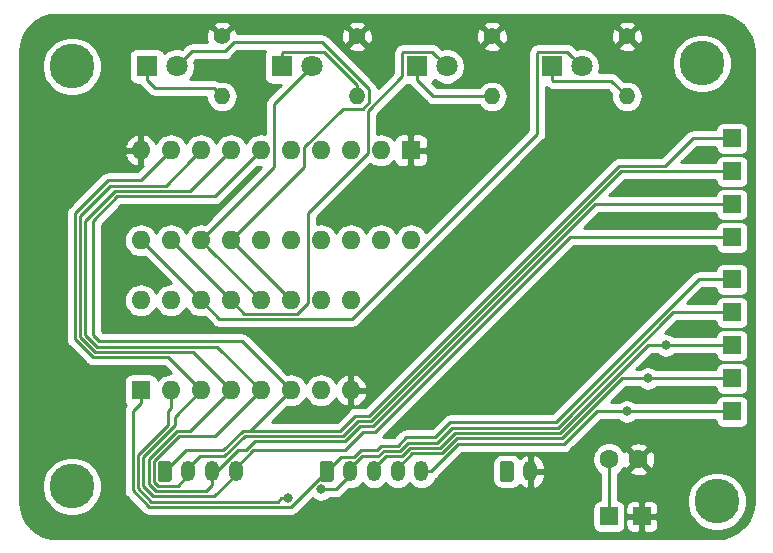
<source format=gbr>
G04 #@! TF.GenerationSoftware,KiCad,Pcbnew,(5.1.2-1)-1*
G04 #@! TF.CreationDate,2019-08-22T07:59:40+10:00*
G04 #@! TF.ProjectId,program-counter,70726f67-7261-46d2-9d63-6f756e746572,rev?*
G04 #@! TF.SameCoordinates,Original*
G04 #@! TF.FileFunction,Copper,L1,Top*
G04 #@! TF.FilePolarity,Positive*
%FSLAX46Y46*%
G04 Gerber Fmt 4.6, Leading zero omitted, Abs format (unit mm)*
G04 Created by KiCad (PCBNEW (5.1.2-1)-1) date 2019-08-22 07:59:40*
%MOMM*%
%LPD*%
G04 APERTURE LIST*
%ADD10C,3.790000*%
%ADD11C,1.600000*%
%ADD12C,1.800000*%
%ADD13R,1.800000X1.800000*%
%ADD14C,0.100000*%
%ADD15C,1.200000*%
%ADD16O,1.200000X1.750000*%
%ADD17O,1.400000X1.400000*%
%ADD18C,1.400000*%
%ADD19R,1.500000X1.500000*%
%ADD20R,1.600000X1.600000*%
%ADD21O,1.600000X1.600000*%
%ADD22C,0.800000*%
%ADD23C,0.250000*%
%ADD24C,0.254000*%
G04 APERTURE END LIST*
D10*
X73660000Y-116840000D03*
X128270000Y-118110000D03*
X127000000Y-81026000D03*
X73660000Y-81280000D03*
D11*
X121626000Y-114554000D03*
X119126000Y-114554000D03*
D12*
X82550000Y-81280000D03*
D13*
X80010000Y-81280000D03*
X91440000Y-81280000D03*
D12*
X93980000Y-81280000D03*
X105410000Y-81280000D03*
D13*
X102870000Y-81280000D03*
X114300000Y-81280000D03*
D12*
X116840000Y-81280000D03*
D14*
G36*
X95624505Y-114696204D02*
G01*
X95648773Y-114699804D01*
X95672572Y-114705765D01*
X95695671Y-114714030D01*
X95717850Y-114724520D01*
X95738893Y-114737132D01*
X95758599Y-114751747D01*
X95776777Y-114768223D01*
X95793253Y-114786401D01*
X95807868Y-114806107D01*
X95820480Y-114827150D01*
X95830970Y-114849329D01*
X95839235Y-114872428D01*
X95845196Y-114896227D01*
X95848796Y-114920495D01*
X95850000Y-114944999D01*
X95850000Y-116195001D01*
X95848796Y-116219505D01*
X95845196Y-116243773D01*
X95839235Y-116267572D01*
X95830970Y-116290671D01*
X95820480Y-116312850D01*
X95807868Y-116333893D01*
X95793253Y-116353599D01*
X95776777Y-116371777D01*
X95758599Y-116388253D01*
X95738893Y-116402868D01*
X95717850Y-116415480D01*
X95695671Y-116425970D01*
X95672572Y-116434235D01*
X95648773Y-116440196D01*
X95624505Y-116443796D01*
X95600001Y-116445000D01*
X94899999Y-116445000D01*
X94875495Y-116443796D01*
X94851227Y-116440196D01*
X94827428Y-116434235D01*
X94804329Y-116425970D01*
X94782150Y-116415480D01*
X94761107Y-116402868D01*
X94741401Y-116388253D01*
X94723223Y-116371777D01*
X94706747Y-116353599D01*
X94692132Y-116333893D01*
X94679520Y-116312850D01*
X94669030Y-116290671D01*
X94660765Y-116267572D01*
X94654804Y-116243773D01*
X94651204Y-116219505D01*
X94650000Y-116195001D01*
X94650000Y-114944999D01*
X94651204Y-114920495D01*
X94654804Y-114896227D01*
X94660765Y-114872428D01*
X94669030Y-114849329D01*
X94679520Y-114827150D01*
X94692132Y-114806107D01*
X94706747Y-114786401D01*
X94723223Y-114768223D01*
X94741401Y-114751747D01*
X94761107Y-114737132D01*
X94782150Y-114724520D01*
X94804329Y-114714030D01*
X94827428Y-114705765D01*
X94851227Y-114699804D01*
X94875495Y-114696204D01*
X94899999Y-114695000D01*
X95600001Y-114695000D01*
X95624505Y-114696204D01*
X95624505Y-114696204D01*
G37*
D15*
X95250000Y-115570000D03*
D16*
X97250000Y-115570000D03*
X99250000Y-115570000D03*
X101250000Y-115570000D03*
X103250000Y-115570000D03*
D14*
G36*
X81908505Y-114696204D02*
G01*
X81932773Y-114699804D01*
X81956572Y-114705765D01*
X81979671Y-114714030D01*
X82001850Y-114724520D01*
X82022893Y-114737132D01*
X82042599Y-114751747D01*
X82060777Y-114768223D01*
X82077253Y-114786401D01*
X82091868Y-114806107D01*
X82104480Y-114827150D01*
X82114970Y-114849329D01*
X82123235Y-114872428D01*
X82129196Y-114896227D01*
X82132796Y-114920495D01*
X82134000Y-114944999D01*
X82134000Y-116195001D01*
X82132796Y-116219505D01*
X82129196Y-116243773D01*
X82123235Y-116267572D01*
X82114970Y-116290671D01*
X82104480Y-116312850D01*
X82091868Y-116333893D01*
X82077253Y-116353599D01*
X82060777Y-116371777D01*
X82042599Y-116388253D01*
X82022893Y-116402868D01*
X82001850Y-116415480D01*
X81979671Y-116425970D01*
X81956572Y-116434235D01*
X81932773Y-116440196D01*
X81908505Y-116443796D01*
X81884001Y-116445000D01*
X81183999Y-116445000D01*
X81159495Y-116443796D01*
X81135227Y-116440196D01*
X81111428Y-116434235D01*
X81088329Y-116425970D01*
X81066150Y-116415480D01*
X81045107Y-116402868D01*
X81025401Y-116388253D01*
X81007223Y-116371777D01*
X80990747Y-116353599D01*
X80976132Y-116333893D01*
X80963520Y-116312850D01*
X80953030Y-116290671D01*
X80944765Y-116267572D01*
X80938804Y-116243773D01*
X80935204Y-116219505D01*
X80934000Y-116195001D01*
X80934000Y-114944999D01*
X80935204Y-114920495D01*
X80938804Y-114896227D01*
X80944765Y-114872428D01*
X80953030Y-114849329D01*
X80963520Y-114827150D01*
X80976132Y-114806107D01*
X80990747Y-114786401D01*
X81007223Y-114768223D01*
X81025401Y-114751747D01*
X81045107Y-114737132D01*
X81066150Y-114724520D01*
X81088329Y-114714030D01*
X81111428Y-114705765D01*
X81135227Y-114699804D01*
X81159495Y-114696204D01*
X81183999Y-114695000D01*
X81884001Y-114695000D01*
X81908505Y-114696204D01*
X81908505Y-114696204D01*
G37*
D15*
X81534000Y-115570000D03*
D16*
X83534000Y-115570000D03*
X85534000Y-115570000D03*
X87534000Y-115570000D03*
D14*
G36*
X110864505Y-114696204D02*
G01*
X110888773Y-114699804D01*
X110912572Y-114705765D01*
X110935671Y-114714030D01*
X110957850Y-114724520D01*
X110978893Y-114737132D01*
X110998599Y-114751747D01*
X111016777Y-114768223D01*
X111033253Y-114786401D01*
X111047868Y-114806107D01*
X111060480Y-114827150D01*
X111070970Y-114849329D01*
X111079235Y-114872428D01*
X111085196Y-114896227D01*
X111088796Y-114920495D01*
X111090000Y-114944999D01*
X111090000Y-116195001D01*
X111088796Y-116219505D01*
X111085196Y-116243773D01*
X111079235Y-116267572D01*
X111070970Y-116290671D01*
X111060480Y-116312850D01*
X111047868Y-116333893D01*
X111033253Y-116353599D01*
X111016777Y-116371777D01*
X110998599Y-116388253D01*
X110978893Y-116402868D01*
X110957850Y-116415480D01*
X110935671Y-116425970D01*
X110912572Y-116434235D01*
X110888773Y-116440196D01*
X110864505Y-116443796D01*
X110840001Y-116445000D01*
X110139999Y-116445000D01*
X110115495Y-116443796D01*
X110091227Y-116440196D01*
X110067428Y-116434235D01*
X110044329Y-116425970D01*
X110022150Y-116415480D01*
X110001107Y-116402868D01*
X109981401Y-116388253D01*
X109963223Y-116371777D01*
X109946747Y-116353599D01*
X109932132Y-116333893D01*
X109919520Y-116312850D01*
X109909030Y-116290671D01*
X109900765Y-116267572D01*
X109894804Y-116243773D01*
X109891204Y-116219505D01*
X109890000Y-116195001D01*
X109890000Y-114944999D01*
X109891204Y-114920495D01*
X109894804Y-114896227D01*
X109900765Y-114872428D01*
X109909030Y-114849329D01*
X109919520Y-114827150D01*
X109932132Y-114806107D01*
X109946747Y-114786401D01*
X109963223Y-114768223D01*
X109981401Y-114751747D01*
X110001107Y-114737132D01*
X110022150Y-114724520D01*
X110044329Y-114714030D01*
X110067428Y-114705765D01*
X110091227Y-114699804D01*
X110115495Y-114696204D01*
X110139999Y-114695000D01*
X110840001Y-114695000D01*
X110864505Y-114696204D01*
X110864505Y-114696204D01*
G37*
D15*
X110490000Y-115570000D03*
D16*
X112490000Y-115570000D03*
D17*
X86360000Y-83820000D03*
D18*
X86360000Y-78740000D03*
X97790000Y-78740000D03*
D17*
X97790000Y-83820000D03*
X109220000Y-83820000D03*
D18*
X109220000Y-78740000D03*
X120650000Y-78740000D03*
D17*
X120650000Y-83820000D03*
D19*
X129540000Y-110490000D03*
X129540000Y-99314000D03*
X129540000Y-102108000D03*
X129540000Y-107696000D03*
X129540000Y-104902000D03*
X129540000Y-90170000D03*
X129540000Y-95758000D03*
X129540000Y-92964000D03*
X129540000Y-87376000D03*
X121920000Y-119380000D03*
X119126000Y-119380000D03*
D20*
X102362000Y-88392000D03*
D21*
X79502000Y-96012000D03*
X99822000Y-88392000D03*
X82042000Y-96012000D03*
X97282000Y-88392000D03*
X84582000Y-96012000D03*
X94742000Y-88392000D03*
X87122000Y-96012000D03*
X92202000Y-88392000D03*
X89662000Y-96012000D03*
X89662000Y-88392000D03*
X92202000Y-96012000D03*
X87122000Y-88392000D03*
X94742000Y-96012000D03*
X84582000Y-88392000D03*
X97282000Y-96012000D03*
X82042000Y-88392000D03*
X99822000Y-96012000D03*
X79502000Y-88392000D03*
X102362000Y-96012000D03*
D20*
X79502000Y-108712000D03*
D21*
X97282000Y-101092000D03*
X82042000Y-108712000D03*
X94742000Y-101092000D03*
X84582000Y-108712000D03*
X92202000Y-101092000D03*
X87122000Y-108712000D03*
X89662000Y-101092000D03*
X89662000Y-108712000D03*
X87122000Y-101092000D03*
X92202000Y-108712000D03*
X84582000Y-101092000D03*
X94742000Y-108712000D03*
X82042000Y-101092000D03*
X97282000Y-108712000D03*
X79502000Y-101092000D03*
D22*
X94746653Y-117098653D03*
X91948000Y-117845047D03*
X123952000Y-104902000D03*
X122428000Y-107696000D03*
X120650000Y-110490000D03*
D23*
X119126000Y-114554000D02*
X119126000Y-119380000D01*
X92202000Y-101092000D02*
X87122000Y-96012000D01*
X94844359Y-79248000D02*
X87369002Y-79248000D01*
X83820000Y-80010000D02*
X83449999Y-80380001D01*
X98815001Y-83218642D02*
X94844359Y-79248000D01*
X86607002Y-80010000D02*
X83820000Y-80010000D01*
X98282001Y-84845001D02*
X98815001Y-84312001D01*
X93327001Y-88141997D02*
X96623997Y-84845001D01*
X98815001Y-84312001D02*
X98815001Y-83218642D01*
X96623997Y-84845001D02*
X98282001Y-84845001D01*
X93327001Y-89806999D02*
X93327001Y-88141997D01*
X87369002Y-79248000D02*
X86607002Y-80010000D01*
X83449999Y-80380001D02*
X82550000Y-81280000D01*
X87122000Y-96012000D02*
X93327001Y-89806999D01*
X80010000Y-82430000D02*
X80010000Y-81280000D01*
X80700001Y-83120001D02*
X80010000Y-82430000D01*
X85660001Y-83120001D02*
X80700001Y-83120001D01*
X86360000Y-83820000D02*
X85660001Y-83120001D01*
X91515001Y-80054999D02*
X95014948Y-80054999D01*
X97790000Y-82830051D02*
X97790000Y-83820000D01*
X91440000Y-80130000D02*
X91515001Y-80054999D01*
X95014948Y-80054999D02*
X97790000Y-82830051D01*
X91440000Y-81280000D02*
X91440000Y-80130000D01*
X85381999Y-96811999D02*
X89662000Y-101092000D01*
X84582000Y-96012000D02*
X85381999Y-96811999D01*
X90787001Y-84472999D02*
X93080001Y-82179999D01*
X93080001Y-82179999D02*
X93980000Y-81280000D01*
X90787001Y-89806999D02*
X90787001Y-84472999D01*
X84582000Y-96012000D02*
X90787001Y-89806999D01*
X82042000Y-96012000D02*
X87122000Y-101092000D01*
X104510001Y-80380001D02*
X105410000Y-81280000D01*
X104184999Y-80054999D02*
X104510001Y-80380001D01*
X101709999Y-80054999D02*
X104184999Y-80054999D01*
X101644999Y-80119999D02*
X101709999Y-80054999D01*
X101644999Y-82118413D02*
X101644999Y-80119999D01*
X98696999Y-85066413D02*
X101644999Y-82118413D01*
X98696999Y-88642003D02*
X98696999Y-85066413D01*
X93616999Y-93722003D02*
X98696999Y-88642003D01*
X93616999Y-101342003D02*
X93616999Y-93722003D01*
X88247001Y-102217001D02*
X92742001Y-102217001D01*
X92742001Y-102217001D02*
X93616999Y-101342003D01*
X87122000Y-101092000D02*
X88247001Y-102217001D01*
X102870000Y-82430000D02*
X102870000Y-81280000D01*
X104260000Y-83820000D02*
X102870000Y-82430000D01*
X109220000Y-83820000D02*
X104260000Y-83820000D01*
X114300000Y-82430000D02*
X114300000Y-81280000D01*
X114375001Y-82505001D02*
X114300000Y-82430000D01*
X119335001Y-82505001D02*
X114375001Y-82505001D01*
X120650000Y-83820000D02*
X119335001Y-82505001D01*
X79502000Y-96012000D02*
X84582000Y-101092000D01*
X115940001Y-80380001D02*
X116840000Y-81280000D01*
X113074999Y-86964003D02*
X113074999Y-80119999D01*
X113074999Y-80119999D02*
X113139999Y-80054999D01*
X97371991Y-102667011D02*
X113074999Y-86964003D01*
X113139999Y-80054999D02*
X115614999Y-80054999D01*
X86157011Y-102667011D02*
X97371991Y-102667011D01*
X115614999Y-80054999D02*
X115940001Y-80380001D01*
X84582000Y-101092000D02*
X86157011Y-102667011D01*
X92249953Y-118570047D02*
X86790361Y-118570047D01*
X95250000Y-115570000D02*
X92249953Y-118570047D01*
X78808953Y-110455047D02*
X79502000Y-109762000D01*
X78808953Y-117178777D02*
X78808953Y-110455047D01*
X79502000Y-109762000D02*
X79502000Y-108712000D01*
X80200216Y-118570044D02*
X78808953Y-117178777D01*
X86790361Y-118570047D02*
X80200216Y-118570044D01*
X96450010Y-114369990D02*
X97538600Y-114369990D01*
X95250000Y-115570000D02*
X96450010Y-114369990D01*
X99480180Y-113792000D02*
X99872200Y-113399980D01*
X98116590Y-113792000D02*
X99480180Y-113792000D01*
X97538600Y-114369990D02*
X98116590Y-113792000D01*
X101235790Y-113399980D02*
X101939800Y-112695970D01*
X99872200Y-113399980D02*
X101235790Y-113399980D01*
X104428390Y-112695970D02*
X105698390Y-111425970D01*
X101939800Y-112695970D02*
X104428390Y-112695970D01*
X105698390Y-111425970D02*
X114628390Y-111425970D01*
X126740360Y-99314000D02*
X129540000Y-99314000D01*
X114628390Y-111425970D02*
X126740360Y-99314000D01*
X79258962Y-116992378D02*
X79258963Y-114147617D01*
X80386617Y-118120036D02*
X79258962Y-116992378D01*
X86603962Y-118120038D02*
X80386617Y-118120036D01*
X79258963Y-114147617D02*
X81788000Y-111618580D01*
X81788000Y-111618580D02*
X81788000Y-110490000D01*
X82042000Y-110236000D02*
X82042000Y-108712000D01*
X81788000Y-110490000D02*
X82042000Y-110236000D01*
X98245000Y-114300000D02*
X99608590Y-114300000D01*
X97250000Y-115295000D02*
X98245000Y-114300000D01*
X97250000Y-115570000D02*
X97250000Y-115295000D01*
X99608590Y-114300000D02*
X100058600Y-113849990D01*
X101422190Y-113849990D02*
X102126200Y-113145980D01*
X100058600Y-113849990D02*
X101422190Y-113849990D01*
X104614790Y-113145980D02*
X105884790Y-111875980D01*
X102126200Y-113145980D02*
X104614790Y-113145980D01*
X105884790Y-111875980D02*
X114814790Y-111875980D01*
X124582770Y-102108000D02*
X129540000Y-102108000D01*
X114814790Y-111875980D02*
X124582770Y-102108000D01*
X95996347Y-117098653D02*
X95721347Y-117098653D01*
X97250000Y-115845000D02*
X95996347Y-117098653D01*
X95721347Y-117098653D02*
X94746653Y-117098653D01*
X97250000Y-115570000D02*
X97250000Y-115845000D01*
X91382315Y-117845047D02*
X91107324Y-118120038D01*
X91107324Y-118120038D02*
X86603962Y-118120038D01*
X91948000Y-117845047D02*
X91382315Y-117845047D01*
X99250000Y-115570000D02*
X99250000Y-115845000D01*
X99250000Y-115295000D02*
X100245000Y-114300000D01*
X99250000Y-115570000D02*
X99250000Y-115295000D01*
X101608590Y-114300000D02*
X102312600Y-113595990D01*
X100245000Y-114300000D02*
X101608590Y-114300000D01*
X104801190Y-113595990D02*
X106071190Y-112325990D01*
X102312600Y-113595990D02*
X104801190Y-113595990D01*
X106071190Y-112325990D02*
X115001190Y-112325990D01*
X122425180Y-104902000D02*
X123952000Y-104902000D01*
X115001190Y-112325990D02*
X122425180Y-104902000D01*
X123952000Y-104902000D02*
X129540000Y-104902000D01*
X115187590Y-112776000D02*
X120267590Y-107696000D01*
X101250000Y-115570000D02*
X101250000Y-115295000D01*
X106257590Y-112776000D02*
X115187590Y-112776000D01*
X102499000Y-114046000D02*
X104987590Y-114046000D01*
X104987590Y-114046000D02*
X106257590Y-112776000D01*
X120267590Y-107696000D02*
X122428000Y-107696000D01*
X101250000Y-115295000D02*
X102499000Y-114046000D01*
X122428000Y-107696000D02*
X129540000Y-107696000D01*
X104100000Y-115570000D02*
X106386000Y-113284000D01*
X103250000Y-115570000D02*
X104100000Y-115570000D01*
X106386000Y-113284000D02*
X115316000Y-113284000D01*
X118110000Y-110490000D02*
X120650000Y-110490000D01*
X115316000Y-113284000D02*
X118110000Y-110490000D01*
X120650000Y-110490000D02*
X129540000Y-110490000D01*
X81534000Y-115570000D02*
X83312000Y-113792000D01*
X86456019Y-113792000D02*
X88118039Y-112129980D01*
X83312000Y-113792000D02*
X86456019Y-113792000D01*
X96401200Y-112129980D02*
X97671200Y-110859980D01*
X88118039Y-112129980D02*
X96401200Y-112129980D01*
X126235180Y-87376000D02*
X129540000Y-87376000D01*
X88784020Y-112129980D02*
X92202000Y-108712000D01*
X88118039Y-112129980D02*
X88784020Y-112129980D01*
X97671200Y-110859980D02*
X98812790Y-110859980D01*
X98812790Y-110859980D02*
X119952779Y-89719991D01*
X123891189Y-89719991D02*
X126235180Y-87376000D01*
X119952779Y-89719991D02*
X123891189Y-89719991D01*
X85771970Y-92282030D02*
X89662000Y-88392000D01*
X77518380Y-92282030D02*
X85771970Y-92282030D01*
X92202000Y-108712000D02*
X88057971Y-104567971D01*
X75438000Y-104008770D02*
X75438000Y-94362410D01*
X75438000Y-94362410D02*
X77518380Y-92282030D01*
X75997201Y-104567971D02*
X75438000Y-104008770D01*
X88057971Y-104567971D02*
X75997201Y-104567971D01*
X80608990Y-114706820D02*
X82735820Y-112579990D01*
X80608990Y-116433180D02*
X80608990Y-114706820D01*
X80945820Y-116770010D02*
X80608990Y-116433180D01*
X82608990Y-116770010D02*
X80945820Y-116770010D01*
X83534000Y-115845000D02*
X82608990Y-116770010D01*
X83534000Y-115570000D02*
X83534000Y-115845000D01*
X85794010Y-112579990D02*
X89662000Y-108712000D01*
X82735820Y-112579990D02*
X85794010Y-112579990D01*
X128540000Y-90170000D02*
X129540000Y-90170000D01*
X120139180Y-90170000D02*
X128540000Y-90170000D01*
X88304439Y-112579990D02*
X96587600Y-112579990D01*
X97857600Y-111309990D02*
X98999190Y-111309990D01*
X86584429Y-114300000D02*
X88304439Y-112579990D01*
X84529000Y-114300000D02*
X86584429Y-114300000D01*
X98999190Y-111309990D02*
X120139180Y-90170000D01*
X96587600Y-112579990D02*
X97857600Y-111309990D01*
X83534000Y-115295000D02*
X84529000Y-114300000D01*
X83534000Y-115570000D02*
X83534000Y-115295000D01*
X85967981Y-105017981D02*
X75810801Y-105017981D01*
X89662000Y-108712000D02*
X85967981Y-105017981D01*
X75810801Y-105017981D02*
X74814020Y-104021200D01*
X83681980Y-91832020D02*
X86322001Y-89191999D01*
X77331980Y-91832020D02*
X83681980Y-91832020D01*
X74814020Y-94349980D02*
X77331980Y-91832020D01*
X86322001Y-89191999D02*
X87122000Y-88392000D01*
X74814020Y-104021200D02*
X74814020Y-94349980D01*
X80158980Y-116619580D02*
X80158981Y-114520419D01*
X80759419Y-117220019D02*
X80158980Y-116619580D01*
X85534000Y-116695000D02*
X85008981Y-117220019D01*
X85008981Y-117220019D02*
X80759419Y-117220019D01*
X80158981Y-114520419D02*
X82549420Y-112129980D01*
X85534000Y-115570000D02*
X85534000Y-116695000D01*
X83704020Y-112129980D02*
X87122000Y-108712000D01*
X82549420Y-112129980D02*
X83704020Y-112129980D01*
X85950839Y-115570000D02*
X85534000Y-115570000D01*
X87728839Y-113792000D02*
X85950839Y-115570000D01*
X88400590Y-113792000D02*
X87728839Y-113792000D01*
X89162590Y-113030000D02*
X88400590Y-113792000D01*
X96774000Y-113030000D02*
X89162590Y-113030000D01*
X98044000Y-111760000D02*
X96774000Y-113030000D01*
X129540000Y-92964000D02*
X121920000Y-92964000D01*
X98044000Y-111760000D02*
X99185590Y-111760000D01*
X117981590Y-92964000D02*
X121920000Y-92964000D01*
X99185590Y-111760000D02*
X117981590Y-92964000D01*
X83877991Y-105467991D02*
X75624401Y-105467991D01*
X87122000Y-108712000D02*
X83877991Y-105467991D01*
X75624401Y-105467991D02*
X74364010Y-104207600D01*
X74364010Y-104207600D02*
X74364010Y-93912400D01*
X83782001Y-89191999D02*
X84582000Y-88392000D01*
X81591990Y-91382010D02*
X83782001Y-89191999D01*
X76894400Y-91382010D02*
X81591990Y-91382010D01*
X74364010Y-93912400D02*
X76894400Y-91382010D01*
X79708972Y-114334018D02*
X82363019Y-111679971D01*
X87534000Y-115845000D02*
X85708971Y-117670029D01*
X79708971Y-116805979D02*
X79708972Y-114334018D01*
X80573018Y-117670028D02*
X79708971Y-116805979D01*
X85708971Y-117670029D02*
X80573018Y-117670028D01*
X87534000Y-115570000D02*
X87534000Y-115845000D01*
X82363019Y-110930981D02*
X84582000Y-108712000D01*
X82363019Y-111679971D02*
X82363019Y-110930981D01*
X87534000Y-115295000D02*
X89037000Y-113792000D01*
X87534000Y-115570000D02*
X87534000Y-115295000D01*
X89037000Y-113792000D02*
X96774000Y-113792000D01*
X96774000Y-113792000D02*
X98298000Y-112268000D01*
X98298000Y-112268000D02*
X99314000Y-112268000D01*
X115824000Y-95758000D02*
X120142000Y-95758000D01*
X99314000Y-112268000D02*
X115824000Y-95758000D01*
X120142000Y-95758000D02*
X129540000Y-95758000D01*
X119888000Y-95758000D02*
X120142000Y-95758000D01*
X84582000Y-108712000D02*
X81788000Y-105918000D01*
X81788000Y-105918000D02*
X75438000Y-105918000D01*
X75438000Y-105918000D02*
X73914000Y-104394000D01*
X73914000Y-104394000D02*
X73914000Y-93726000D01*
X73914000Y-93726000D02*
X76708000Y-90932000D01*
X79502000Y-90932000D02*
X82042000Y-88392000D01*
X76708000Y-90932000D02*
X79502000Y-90932000D01*
D24*
G36*
X128876344Y-76947738D02*
G01*
X129459595Y-77123832D01*
X129997529Y-77409856D01*
X130469667Y-77794922D01*
X130858019Y-78264359D01*
X131147794Y-78800286D01*
X131327955Y-79382291D01*
X131395000Y-80020189D01*
X131395001Y-118076485D01*
X131332262Y-118716343D01*
X131156168Y-119299595D01*
X130870143Y-119837531D01*
X130485078Y-120309667D01*
X130015641Y-120698019D01*
X129479714Y-120987794D01*
X128897705Y-121167956D01*
X128259811Y-121235000D01*
X72423505Y-121235000D01*
X71783657Y-121172262D01*
X71200405Y-120996168D01*
X70662469Y-120710143D01*
X70190333Y-120325078D01*
X69801981Y-119855641D01*
X69512206Y-119319714D01*
X69332044Y-118737705D01*
X69265000Y-118099811D01*
X69265000Y-116590817D01*
X71130000Y-116590817D01*
X71130000Y-117089183D01*
X71227226Y-117577974D01*
X71417943Y-118038405D01*
X71694820Y-118452781D01*
X72047219Y-118805180D01*
X72461595Y-119082057D01*
X72922026Y-119272774D01*
X73410817Y-119370000D01*
X73909183Y-119370000D01*
X74397974Y-119272774D01*
X74858405Y-119082057D01*
X75272781Y-118805180D01*
X75625180Y-118452781D01*
X75902057Y-118038405D01*
X76092774Y-117577974D01*
X76190000Y-117089183D01*
X76190000Y-116590817D01*
X76092774Y-116102026D01*
X75902057Y-115641595D01*
X75625180Y-115227219D01*
X75272781Y-114874820D01*
X74858405Y-114597943D01*
X74397974Y-114407226D01*
X73909183Y-114310000D01*
X73410817Y-114310000D01*
X72922026Y-114407226D01*
X72461595Y-114597943D01*
X72047219Y-114874820D01*
X71694820Y-115227219D01*
X71417943Y-115641595D01*
X71227226Y-116102026D01*
X71130000Y-116590817D01*
X69265000Y-116590817D01*
X69265000Y-93726000D01*
X73150324Y-93726000D01*
X73154001Y-93763332D01*
X73154000Y-104356678D01*
X73150324Y-104394000D01*
X73154000Y-104431322D01*
X73154000Y-104431332D01*
X73164997Y-104542985D01*
X73199332Y-104656174D01*
X73208454Y-104686246D01*
X73279026Y-104818276D01*
X73313447Y-104860218D01*
X73373999Y-104934001D01*
X73403002Y-104957803D01*
X74874205Y-106429008D01*
X74897999Y-106458001D01*
X74926992Y-106481795D01*
X74926996Y-106481799D01*
X74997685Y-106539811D01*
X75013724Y-106552974D01*
X75145753Y-106623546D01*
X75289014Y-106667003D01*
X75400667Y-106678000D01*
X75400676Y-106678000D01*
X75437999Y-106681676D01*
X75475322Y-106678000D01*
X81473199Y-106678000D01*
X82072199Y-107277000D01*
X81971508Y-107277000D01*
X81760691Y-107297764D01*
X81490192Y-107379818D01*
X81240899Y-107513068D01*
X81022392Y-107692392D01*
X80929581Y-107805482D01*
X80927812Y-107787518D01*
X80891502Y-107667820D01*
X80832537Y-107557506D01*
X80753185Y-107460815D01*
X80656494Y-107381463D01*
X80546180Y-107322498D01*
X80426482Y-107286188D01*
X80302000Y-107273928D01*
X78702000Y-107273928D01*
X78577518Y-107286188D01*
X78457820Y-107322498D01*
X78347506Y-107381463D01*
X78250815Y-107460815D01*
X78171463Y-107557506D01*
X78112498Y-107667820D01*
X78076188Y-107787518D01*
X78063928Y-107912000D01*
X78063928Y-109512000D01*
X78076188Y-109636482D01*
X78112498Y-109756180D01*
X78171463Y-109866494D01*
X78240131Y-109950166D01*
X78173979Y-110030771D01*
X78103407Y-110162801D01*
X78092805Y-110197753D01*
X78059951Y-110306061D01*
X78052177Y-110384987D01*
X78045277Y-110455047D01*
X78048954Y-110492379D01*
X78048953Y-117141453D01*
X78045277Y-117178776D01*
X78048953Y-117216101D01*
X78048953Y-117216109D01*
X78059950Y-117327762D01*
X78103407Y-117471023D01*
X78173979Y-117603052D01*
X78268952Y-117718778D01*
X78297955Y-117742580D01*
X79636421Y-119081050D01*
X79660215Y-119110044D01*
X79689208Y-119133838D01*
X79689212Y-119133842D01*
X79775939Y-119205017D01*
X79907968Y-119275589D01*
X80051229Y-119319046D01*
X80200215Y-119333720D01*
X80237550Y-119330043D01*
X86753028Y-119330047D01*
X92212631Y-119330047D01*
X92249953Y-119333723D01*
X92287275Y-119330047D01*
X92287286Y-119330047D01*
X92398939Y-119319050D01*
X92542200Y-119275593D01*
X92674229Y-119205021D01*
X92789954Y-119110048D01*
X92813757Y-119081044D01*
X94039545Y-117855256D01*
X94086879Y-117902590D01*
X94256397Y-118015858D01*
X94444755Y-118093879D01*
X94644714Y-118133653D01*
X94848592Y-118133653D01*
X95048551Y-118093879D01*
X95236909Y-118015858D01*
X95406427Y-117902590D01*
X95450364Y-117858653D01*
X95959025Y-117858653D01*
X95996347Y-117862329D01*
X96033669Y-117858653D01*
X96033680Y-117858653D01*
X96145333Y-117847656D01*
X96288594Y-117804199D01*
X96420623Y-117733627D01*
X96536348Y-117638654D01*
X96560151Y-117609650D01*
X97098726Y-117071076D01*
X97250000Y-117085975D01*
X97492102Y-117062130D01*
X97724901Y-116991511D01*
X97939449Y-116876833D01*
X98127502Y-116722502D01*
X98250001Y-116573237D01*
X98372499Y-116722502D01*
X98560552Y-116876833D01*
X98775100Y-116991511D01*
X99007899Y-117062130D01*
X99250000Y-117085975D01*
X99492102Y-117062130D01*
X99724901Y-116991511D01*
X99939449Y-116876833D01*
X100127502Y-116722502D01*
X100250001Y-116573237D01*
X100372499Y-116722502D01*
X100560552Y-116876833D01*
X100775100Y-116991511D01*
X101007899Y-117062130D01*
X101250000Y-117085975D01*
X101492102Y-117062130D01*
X101724901Y-116991511D01*
X101939449Y-116876833D01*
X102127502Y-116722502D01*
X102250001Y-116573237D01*
X102372499Y-116722502D01*
X102560552Y-116876833D01*
X102775100Y-116991511D01*
X103007899Y-117062130D01*
X103250000Y-117085975D01*
X103492102Y-117062130D01*
X103724901Y-116991511D01*
X103939449Y-116876833D01*
X104127502Y-116722502D01*
X104281833Y-116534449D01*
X104396511Y-116319900D01*
X104413395Y-116264242D01*
X104524276Y-116204974D01*
X104640001Y-116110001D01*
X104663804Y-116080997D01*
X105799802Y-114944999D01*
X109251928Y-114944999D01*
X109251928Y-116195001D01*
X109268992Y-116368255D01*
X109319528Y-116534851D01*
X109401595Y-116688387D01*
X109512038Y-116822962D01*
X109646613Y-116933405D01*
X109800149Y-117015472D01*
X109966745Y-117066008D01*
X110139999Y-117083072D01*
X110840001Y-117083072D01*
X111013255Y-117066008D01*
X111179851Y-117015472D01*
X111333387Y-116933405D01*
X111467962Y-116822962D01*
X111578405Y-116688387D01*
X111580967Y-116683594D01*
X111706526Y-116808078D01*
X111909467Y-116942421D01*
X112134718Y-117034591D01*
X112172391Y-117038462D01*
X112363000Y-116913731D01*
X112363000Y-115697000D01*
X112617000Y-115697000D01*
X112617000Y-116913731D01*
X112807609Y-117038462D01*
X112845282Y-117034591D01*
X113070533Y-116942421D01*
X113273474Y-116808078D01*
X113446307Y-116636725D01*
X113582390Y-116434946D01*
X113676493Y-116210496D01*
X113725000Y-115972000D01*
X113725000Y-115697000D01*
X112617000Y-115697000D01*
X112363000Y-115697000D01*
X112343000Y-115697000D01*
X112343000Y-115443000D01*
X112363000Y-115443000D01*
X112363000Y-114226269D01*
X112617000Y-114226269D01*
X112617000Y-115443000D01*
X113725000Y-115443000D01*
X113725000Y-115168000D01*
X113676493Y-114929504D01*
X113582390Y-114705054D01*
X113446307Y-114503275D01*
X113354915Y-114412665D01*
X117691000Y-114412665D01*
X117691000Y-114695335D01*
X117746147Y-114972574D01*
X117854320Y-115233727D01*
X118011363Y-115468759D01*
X118211241Y-115668637D01*
X118366000Y-115772044D01*
X118366001Y-117992913D01*
X118251518Y-118004188D01*
X118131820Y-118040498D01*
X118021506Y-118099463D01*
X117924815Y-118178815D01*
X117845463Y-118275506D01*
X117786498Y-118385820D01*
X117750188Y-118505518D01*
X117737928Y-118630000D01*
X117737928Y-120130000D01*
X117750188Y-120254482D01*
X117786498Y-120374180D01*
X117845463Y-120484494D01*
X117924815Y-120581185D01*
X118021506Y-120660537D01*
X118131820Y-120719502D01*
X118251518Y-120755812D01*
X118376000Y-120768072D01*
X119876000Y-120768072D01*
X120000482Y-120755812D01*
X120120180Y-120719502D01*
X120230494Y-120660537D01*
X120327185Y-120581185D01*
X120406537Y-120484494D01*
X120465502Y-120374180D01*
X120501812Y-120254482D01*
X120514072Y-120130000D01*
X120531928Y-120130000D01*
X120544188Y-120254482D01*
X120580498Y-120374180D01*
X120639463Y-120484494D01*
X120718815Y-120581185D01*
X120815506Y-120660537D01*
X120925820Y-120719502D01*
X121045518Y-120755812D01*
X121170000Y-120768072D01*
X121634250Y-120765000D01*
X121793000Y-120606250D01*
X121793000Y-119507000D01*
X122047000Y-119507000D01*
X122047000Y-120606250D01*
X122205750Y-120765000D01*
X122670000Y-120768072D01*
X122794482Y-120755812D01*
X122914180Y-120719502D01*
X123024494Y-120660537D01*
X123121185Y-120581185D01*
X123200537Y-120484494D01*
X123259502Y-120374180D01*
X123295812Y-120254482D01*
X123308072Y-120130000D01*
X123305000Y-119665750D01*
X123146250Y-119507000D01*
X122047000Y-119507000D01*
X121793000Y-119507000D01*
X120693750Y-119507000D01*
X120535000Y-119665750D01*
X120531928Y-120130000D01*
X120514072Y-120130000D01*
X120514072Y-118630000D01*
X120531928Y-118630000D01*
X120535000Y-119094250D01*
X120693750Y-119253000D01*
X121793000Y-119253000D01*
X121793000Y-118153750D01*
X122047000Y-118153750D01*
X122047000Y-119253000D01*
X123146250Y-119253000D01*
X123305000Y-119094250D01*
X123308072Y-118630000D01*
X123295812Y-118505518D01*
X123259502Y-118385820D01*
X123200537Y-118275506D01*
X123121185Y-118178815D01*
X123024494Y-118099463D01*
X122914180Y-118040498D01*
X122794482Y-118004188D01*
X122670000Y-117991928D01*
X122205750Y-117995000D01*
X122047000Y-118153750D01*
X121793000Y-118153750D01*
X121634250Y-117995000D01*
X121170000Y-117991928D01*
X121045518Y-118004188D01*
X120925820Y-118040498D01*
X120815506Y-118099463D01*
X120718815Y-118178815D01*
X120639463Y-118275506D01*
X120580498Y-118385820D01*
X120544188Y-118505518D01*
X120531928Y-118630000D01*
X120514072Y-118630000D01*
X120501812Y-118505518D01*
X120465502Y-118385820D01*
X120406537Y-118275506D01*
X120327185Y-118178815D01*
X120230494Y-118099463D01*
X120120180Y-118040498D01*
X120000482Y-118004188D01*
X119886000Y-117992913D01*
X119886000Y-117860817D01*
X125740000Y-117860817D01*
X125740000Y-118359183D01*
X125837226Y-118847974D01*
X126027943Y-119308405D01*
X126304820Y-119722781D01*
X126657219Y-120075180D01*
X127071595Y-120352057D01*
X127532026Y-120542774D01*
X128020817Y-120640000D01*
X128519183Y-120640000D01*
X129007974Y-120542774D01*
X129468405Y-120352057D01*
X129882781Y-120075180D01*
X130235180Y-119722781D01*
X130512057Y-119308405D01*
X130702774Y-118847974D01*
X130800000Y-118359183D01*
X130800000Y-117860817D01*
X130702774Y-117372026D01*
X130512057Y-116911595D01*
X130235180Y-116497219D01*
X129882781Y-116144820D01*
X129468405Y-115867943D01*
X129007974Y-115677226D01*
X128519183Y-115580000D01*
X128020817Y-115580000D01*
X127532026Y-115677226D01*
X127071595Y-115867943D01*
X126657219Y-116144820D01*
X126304820Y-116497219D01*
X126027943Y-116911595D01*
X125837226Y-117372026D01*
X125740000Y-117860817D01*
X119886000Y-117860817D01*
X119886000Y-115772043D01*
X120040759Y-115668637D01*
X120162694Y-115546702D01*
X120812903Y-115546702D01*
X120884486Y-115790671D01*
X121139996Y-115911571D01*
X121414184Y-115980300D01*
X121696512Y-115994217D01*
X121976130Y-115952787D01*
X122242292Y-115857603D01*
X122367514Y-115790671D01*
X122439097Y-115546702D01*
X121626000Y-114733605D01*
X120812903Y-115546702D01*
X120162694Y-115546702D01*
X120240637Y-115468759D01*
X120374692Y-115268131D01*
X120389329Y-115295514D01*
X120633298Y-115367097D01*
X121446395Y-114554000D01*
X121805605Y-114554000D01*
X122618702Y-115367097D01*
X122862671Y-115295514D01*
X122983571Y-115040004D01*
X123052300Y-114765816D01*
X123066217Y-114483488D01*
X123024787Y-114203870D01*
X122929603Y-113937708D01*
X122862671Y-113812486D01*
X122618702Y-113740903D01*
X121805605Y-114554000D01*
X121446395Y-114554000D01*
X120633298Y-113740903D01*
X120389329Y-113812486D01*
X120375676Y-113841341D01*
X120240637Y-113639241D01*
X120162694Y-113561298D01*
X120812903Y-113561298D01*
X121626000Y-114374395D01*
X122439097Y-113561298D01*
X122367514Y-113317329D01*
X122112004Y-113196429D01*
X121837816Y-113127700D01*
X121555488Y-113113783D01*
X121275870Y-113155213D01*
X121009708Y-113250397D01*
X120884486Y-113317329D01*
X120812903Y-113561298D01*
X120162694Y-113561298D01*
X120040759Y-113439363D01*
X119805727Y-113282320D01*
X119544574Y-113174147D01*
X119267335Y-113119000D01*
X118984665Y-113119000D01*
X118707426Y-113174147D01*
X118446273Y-113282320D01*
X118211241Y-113439363D01*
X118011363Y-113639241D01*
X117854320Y-113874273D01*
X117746147Y-114135426D01*
X117691000Y-114412665D01*
X113354915Y-114412665D01*
X113273474Y-114331922D01*
X113070533Y-114197579D01*
X112845282Y-114105409D01*
X112807609Y-114101538D01*
X112617000Y-114226269D01*
X112363000Y-114226269D01*
X112172391Y-114101538D01*
X112134718Y-114105409D01*
X111909467Y-114197579D01*
X111706526Y-114331922D01*
X111580967Y-114456406D01*
X111578405Y-114451613D01*
X111467962Y-114317038D01*
X111333387Y-114206595D01*
X111179851Y-114124528D01*
X111013255Y-114073992D01*
X110840001Y-114056928D01*
X110139999Y-114056928D01*
X109966745Y-114073992D01*
X109800149Y-114124528D01*
X109646613Y-114206595D01*
X109512038Y-114317038D01*
X109401595Y-114451613D01*
X109319528Y-114605149D01*
X109268992Y-114771745D01*
X109251928Y-114944999D01*
X105799802Y-114944999D01*
X106700802Y-114044000D01*
X115278678Y-114044000D01*
X115316000Y-114047676D01*
X115353322Y-114044000D01*
X115353333Y-114044000D01*
X115464986Y-114033003D01*
X115608247Y-113989546D01*
X115740276Y-113918974D01*
X115856001Y-113824001D01*
X115879804Y-113794997D01*
X118424802Y-111250000D01*
X119946289Y-111250000D01*
X119990226Y-111293937D01*
X120159744Y-111407205D01*
X120348102Y-111485226D01*
X120548061Y-111525000D01*
X120751939Y-111525000D01*
X120951898Y-111485226D01*
X121140256Y-111407205D01*
X121309774Y-111293937D01*
X121353711Y-111250000D01*
X128152913Y-111250000D01*
X128164188Y-111364482D01*
X128200498Y-111484180D01*
X128259463Y-111594494D01*
X128338815Y-111691185D01*
X128435506Y-111770537D01*
X128545820Y-111829502D01*
X128665518Y-111865812D01*
X128790000Y-111878072D01*
X130290000Y-111878072D01*
X130414482Y-111865812D01*
X130534180Y-111829502D01*
X130644494Y-111770537D01*
X130741185Y-111691185D01*
X130820537Y-111594494D01*
X130879502Y-111484180D01*
X130915812Y-111364482D01*
X130928072Y-111240000D01*
X130928072Y-109740000D01*
X130915812Y-109615518D01*
X130879502Y-109495820D01*
X130820537Y-109385506D01*
X130741185Y-109288815D01*
X130644494Y-109209463D01*
X130534180Y-109150498D01*
X130414482Y-109114188D01*
X130290000Y-109101928D01*
X128790000Y-109101928D01*
X128665518Y-109114188D01*
X128545820Y-109150498D01*
X128435506Y-109209463D01*
X128338815Y-109288815D01*
X128259463Y-109385506D01*
X128200498Y-109495820D01*
X128164188Y-109615518D01*
X128152913Y-109730000D01*
X121353711Y-109730000D01*
X121309774Y-109686063D01*
X121140256Y-109572795D01*
X120951898Y-109494774D01*
X120751939Y-109455000D01*
X120548061Y-109455000D01*
X120348102Y-109494774D01*
X120159744Y-109572795D01*
X119990226Y-109686063D01*
X119946289Y-109730000D01*
X119308392Y-109730000D01*
X120582392Y-108456000D01*
X121724289Y-108456000D01*
X121768226Y-108499937D01*
X121937744Y-108613205D01*
X122126102Y-108691226D01*
X122326061Y-108731000D01*
X122529939Y-108731000D01*
X122729898Y-108691226D01*
X122918256Y-108613205D01*
X123087774Y-108499937D01*
X123131711Y-108456000D01*
X128152913Y-108456000D01*
X128164188Y-108570482D01*
X128200498Y-108690180D01*
X128259463Y-108800494D01*
X128338815Y-108897185D01*
X128435506Y-108976537D01*
X128545820Y-109035502D01*
X128665518Y-109071812D01*
X128790000Y-109084072D01*
X130290000Y-109084072D01*
X130414482Y-109071812D01*
X130534180Y-109035502D01*
X130644494Y-108976537D01*
X130741185Y-108897185D01*
X130820537Y-108800494D01*
X130879502Y-108690180D01*
X130915812Y-108570482D01*
X130928072Y-108446000D01*
X130928072Y-106946000D01*
X130915812Y-106821518D01*
X130879502Y-106701820D01*
X130820537Y-106591506D01*
X130741185Y-106494815D01*
X130644494Y-106415463D01*
X130534180Y-106356498D01*
X130414482Y-106320188D01*
X130290000Y-106307928D01*
X128790000Y-106307928D01*
X128665518Y-106320188D01*
X128545820Y-106356498D01*
X128435506Y-106415463D01*
X128338815Y-106494815D01*
X128259463Y-106591506D01*
X128200498Y-106701820D01*
X128164188Y-106821518D01*
X128152913Y-106936000D01*
X123131711Y-106936000D01*
X123087774Y-106892063D01*
X122918256Y-106778795D01*
X122729898Y-106700774D01*
X122529939Y-106661000D01*
X122326061Y-106661000D01*
X122126102Y-106700774D01*
X121937744Y-106778795D01*
X121768226Y-106892063D01*
X121724289Y-106936000D01*
X121465982Y-106936000D01*
X122739982Y-105662000D01*
X123248289Y-105662000D01*
X123292226Y-105705937D01*
X123461744Y-105819205D01*
X123650102Y-105897226D01*
X123850061Y-105937000D01*
X124053939Y-105937000D01*
X124253898Y-105897226D01*
X124442256Y-105819205D01*
X124611774Y-105705937D01*
X124655711Y-105662000D01*
X128152913Y-105662000D01*
X128164188Y-105776482D01*
X128200498Y-105896180D01*
X128259463Y-106006494D01*
X128338815Y-106103185D01*
X128435506Y-106182537D01*
X128545820Y-106241502D01*
X128665518Y-106277812D01*
X128790000Y-106290072D01*
X130290000Y-106290072D01*
X130414482Y-106277812D01*
X130534180Y-106241502D01*
X130644494Y-106182537D01*
X130741185Y-106103185D01*
X130820537Y-106006494D01*
X130879502Y-105896180D01*
X130915812Y-105776482D01*
X130928072Y-105652000D01*
X130928072Y-104152000D01*
X130915812Y-104027518D01*
X130879502Y-103907820D01*
X130820537Y-103797506D01*
X130741185Y-103700815D01*
X130644494Y-103621463D01*
X130534180Y-103562498D01*
X130414482Y-103526188D01*
X130290000Y-103513928D01*
X128790000Y-103513928D01*
X128665518Y-103526188D01*
X128545820Y-103562498D01*
X128435506Y-103621463D01*
X128338815Y-103700815D01*
X128259463Y-103797506D01*
X128200498Y-103907820D01*
X128164188Y-104027518D01*
X128152913Y-104142000D01*
X124655711Y-104142000D01*
X124611774Y-104098063D01*
X124442256Y-103984795D01*
X124253898Y-103906774D01*
X124053939Y-103867000D01*
X123898572Y-103867000D01*
X124897572Y-102868000D01*
X128152913Y-102868000D01*
X128164188Y-102982482D01*
X128200498Y-103102180D01*
X128259463Y-103212494D01*
X128338815Y-103309185D01*
X128435506Y-103388537D01*
X128545820Y-103447502D01*
X128665518Y-103483812D01*
X128790000Y-103496072D01*
X130290000Y-103496072D01*
X130414482Y-103483812D01*
X130534180Y-103447502D01*
X130644494Y-103388537D01*
X130741185Y-103309185D01*
X130820537Y-103212494D01*
X130879502Y-103102180D01*
X130915812Y-102982482D01*
X130928072Y-102858000D01*
X130928072Y-101358000D01*
X130915812Y-101233518D01*
X130879502Y-101113820D01*
X130820537Y-101003506D01*
X130741185Y-100906815D01*
X130644494Y-100827463D01*
X130534180Y-100768498D01*
X130414482Y-100732188D01*
X130290000Y-100719928D01*
X128790000Y-100719928D01*
X128665518Y-100732188D01*
X128545820Y-100768498D01*
X128435506Y-100827463D01*
X128338815Y-100906815D01*
X128259463Y-101003506D01*
X128200498Y-101113820D01*
X128164188Y-101233518D01*
X128152913Y-101348000D01*
X125781162Y-101348000D01*
X127055162Y-100074000D01*
X128152913Y-100074000D01*
X128164188Y-100188482D01*
X128200498Y-100308180D01*
X128259463Y-100418494D01*
X128338815Y-100515185D01*
X128435506Y-100594537D01*
X128545820Y-100653502D01*
X128665518Y-100689812D01*
X128790000Y-100702072D01*
X130290000Y-100702072D01*
X130414482Y-100689812D01*
X130534180Y-100653502D01*
X130644494Y-100594537D01*
X130741185Y-100515185D01*
X130820537Y-100418494D01*
X130879502Y-100308180D01*
X130915812Y-100188482D01*
X130928072Y-100064000D01*
X130928072Y-98564000D01*
X130915812Y-98439518D01*
X130879502Y-98319820D01*
X130820537Y-98209506D01*
X130741185Y-98112815D01*
X130644494Y-98033463D01*
X130534180Y-97974498D01*
X130414482Y-97938188D01*
X130290000Y-97925928D01*
X128790000Y-97925928D01*
X128665518Y-97938188D01*
X128545820Y-97974498D01*
X128435506Y-98033463D01*
X128338815Y-98112815D01*
X128259463Y-98209506D01*
X128200498Y-98319820D01*
X128164188Y-98439518D01*
X128152913Y-98554000D01*
X126777682Y-98554000D01*
X126740359Y-98550324D01*
X126703036Y-98554000D01*
X126703027Y-98554000D01*
X126591374Y-98564997D01*
X126448113Y-98608454D01*
X126316084Y-98679026D01*
X126200359Y-98773999D01*
X126176561Y-98802997D01*
X114313589Y-110665970D01*
X105735712Y-110665970D01*
X105698389Y-110662294D01*
X105661066Y-110665970D01*
X105661057Y-110665970D01*
X105549404Y-110676967D01*
X105406143Y-110720424D01*
X105274114Y-110790996D01*
X105158389Y-110885969D01*
X105134591Y-110914967D01*
X104113589Y-111935970D01*
X101977122Y-111935970D01*
X101939799Y-111932294D01*
X101902476Y-111935970D01*
X101902467Y-111935970D01*
X101790814Y-111946967D01*
X101647553Y-111990424D01*
X101515524Y-112060996D01*
X101515522Y-112060997D01*
X101515523Y-112060997D01*
X101428796Y-112132171D01*
X101428792Y-112132175D01*
X101399799Y-112155969D01*
X101376005Y-112184962D01*
X100920988Y-112639980D01*
X100016821Y-112639980D01*
X116138802Y-96518000D01*
X128152913Y-96518000D01*
X128164188Y-96632482D01*
X128200498Y-96752180D01*
X128259463Y-96862494D01*
X128338815Y-96959185D01*
X128435506Y-97038537D01*
X128545820Y-97097502D01*
X128665518Y-97133812D01*
X128790000Y-97146072D01*
X130290000Y-97146072D01*
X130414482Y-97133812D01*
X130534180Y-97097502D01*
X130644494Y-97038537D01*
X130741185Y-96959185D01*
X130820537Y-96862494D01*
X130879502Y-96752180D01*
X130915812Y-96632482D01*
X130928072Y-96508000D01*
X130928072Y-95008000D01*
X130915812Y-94883518D01*
X130879502Y-94763820D01*
X130820537Y-94653506D01*
X130741185Y-94556815D01*
X130644494Y-94477463D01*
X130534180Y-94418498D01*
X130414482Y-94382188D01*
X130290000Y-94369928D01*
X128790000Y-94369928D01*
X128665518Y-94382188D01*
X128545820Y-94418498D01*
X128435506Y-94477463D01*
X128338815Y-94556815D01*
X128259463Y-94653506D01*
X128200498Y-94763820D01*
X128164188Y-94883518D01*
X128152913Y-94998000D01*
X117022392Y-94998000D01*
X118296392Y-93724000D01*
X128152913Y-93724000D01*
X128164188Y-93838482D01*
X128200498Y-93958180D01*
X128259463Y-94068494D01*
X128338815Y-94165185D01*
X128435506Y-94244537D01*
X128545820Y-94303502D01*
X128665518Y-94339812D01*
X128790000Y-94352072D01*
X130290000Y-94352072D01*
X130414482Y-94339812D01*
X130534180Y-94303502D01*
X130644494Y-94244537D01*
X130741185Y-94165185D01*
X130820537Y-94068494D01*
X130879502Y-93958180D01*
X130915812Y-93838482D01*
X130928072Y-93714000D01*
X130928072Y-92214000D01*
X130915812Y-92089518D01*
X130879502Y-91969820D01*
X130820537Y-91859506D01*
X130741185Y-91762815D01*
X130644494Y-91683463D01*
X130534180Y-91624498D01*
X130414482Y-91588188D01*
X130290000Y-91575928D01*
X128790000Y-91575928D01*
X128665518Y-91588188D01*
X128545820Y-91624498D01*
X128435506Y-91683463D01*
X128338815Y-91762815D01*
X128259463Y-91859506D01*
X128200498Y-91969820D01*
X128164188Y-92089518D01*
X128152913Y-92204000D01*
X119179982Y-92204000D01*
X120453982Y-90930000D01*
X128152913Y-90930000D01*
X128164188Y-91044482D01*
X128200498Y-91164180D01*
X128259463Y-91274494D01*
X128338815Y-91371185D01*
X128435506Y-91450537D01*
X128545820Y-91509502D01*
X128665518Y-91545812D01*
X128790000Y-91558072D01*
X130290000Y-91558072D01*
X130414482Y-91545812D01*
X130534180Y-91509502D01*
X130644494Y-91450537D01*
X130741185Y-91371185D01*
X130820537Y-91274494D01*
X130879502Y-91164180D01*
X130915812Y-91044482D01*
X130928072Y-90920000D01*
X130928072Y-89420000D01*
X130915812Y-89295518D01*
X130879502Y-89175820D01*
X130820537Y-89065506D01*
X130741185Y-88968815D01*
X130644494Y-88889463D01*
X130534180Y-88830498D01*
X130414482Y-88794188D01*
X130290000Y-88781928D01*
X128790000Y-88781928D01*
X128665518Y-88794188D01*
X128545820Y-88830498D01*
X128435506Y-88889463D01*
X128338815Y-88968815D01*
X128259463Y-89065506D01*
X128200498Y-89175820D01*
X128164188Y-89295518D01*
X128152913Y-89410000D01*
X125275981Y-89410000D01*
X126549982Y-88136000D01*
X128152913Y-88136000D01*
X128164188Y-88250482D01*
X128200498Y-88370180D01*
X128259463Y-88480494D01*
X128338815Y-88577185D01*
X128435506Y-88656537D01*
X128545820Y-88715502D01*
X128665518Y-88751812D01*
X128790000Y-88764072D01*
X130290000Y-88764072D01*
X130414482Y-88751812D01*
X130534180Y-88715502D01*
X130644494Y-88656537D01*
X130741185Y-88577185D01*
X130820537Y-88480494D01*
X130879502Y-88370180D01*
X130915812Y-88250482D01*
X130928072Y-88126000D01*
X130928072Y-86626000D01*
X130915812Y-86501518D01*
X130879502Y-86381820D01*
X130820537Y-86271506D01*
X130741185Y-86174815D01*
X130644494Y-86095463D01*
X130534180Y-86036498D01*
X130414482Y-86000188D01*
X130290000Y-85987928D01*
X128790000Y-85987928D01*
X128665518Y-86000188D01*
X128545820Y-86036498D01*
X128435506Y-86095463D01*
X128338815Y-86174815D01*
X128259463Y-86271506D01*
X128200498Y-86381820D01*
X128164188Y-86501518D01*
X128152913Y-86616000D01*
X126272503Y-86616000D01*
X126235180Y-86612324D01*
X126197857Y-86616000D01*
X126197847Y-86616000D01*
X126086194Y-86626997D01*
X125942933Y-86670454D01*
X125810904Y-86741026D01*
X125695179Y-86835999D01*
X125671381Y-86864997D01*
X123576388Y-88959991D01*
X119990101Y-88959991D01*
X119952778Y-88956315D01*
X119915455Y-88959991D01*
X119915446Y-88959991D01*
X119803793Y-88970988D01*
X119660532Y-89014445D01*
X119528502Y-89085017D01*
X119445658Y-89153006D01*
X119412778Y-89179990D01*
X119388980Y-89208988D01*
X98497989Y-110099980D01*
X97708522Y-110099980D01*
X97671199Y-110096304D01*
X97648833Y-110098507D01*
X97765087Y-110063246D01*
X98019420Y-109943037D01*
X98245414Y-109775519D01*
X98434385Y-109567131D01*
X98579070Y-109325881D01*
X98673909Y-109061040D01*
X98552624Y-108839000D01*
X97409000Y-108839000D01*
X97409000Y-109981915D01*
X97625412Y-110100813D01*
X97522214Y-110110977D01*
X97378953Y-110154434D01*
X97246924Y-110225006D01*
X97131199Y-110319979D01*
X97107401Y-110348977D01*
X96086399Y-111369980D01*
X90618821Y-111369980D01*
X91876094Y-110112708D01*
X91920691Y-110126236D01*
X92131508Y-110147000D01*
X92272492Y-110147000D01*
X92483309Y-110126236D01*
X92753808Y-110044182D01*
X93003101Y-109910932D01*
X93221608Y-109731608D01*
X93400932Y-109513101D01*
X93472000Y-109380142D01*
X93543068Y-109513101D01*
X93722392Y-109731608D01*
X93940899Y-109910932D01*
X94190192Y-110044182D01*
X94460691Y-110126236D01*
X94671508Y-110147000D01*
X94812492Y-110147000D01*
X95023309Y-110126236D01*
X95293808Y-110044182D01*
X95543101Y-109910932D01*
X95761608Y-109731608D01*
X95940932Y-109513101D01*
X96014579Y-109375318D01*
X96129615Y-109567131D01*
X96318586Y-109775519D01*
X96544580Y-109943037D01*
X96798913Y-110063246D01*
X96932961Y-110103904D01*
X97155000Y-109981915D01*
X97155000Y-108839000D01*
X97135000Y-108839000D01*
X97135000Y-108585000D01*
X97155000Y-108585000D01*
X97155000Y-107442085D01*
X97409000Y-107442085D01*
X97409000Y-108585000D01*
X98552624Y-108585000D01*
X98673909Y-108362960D01*
X98579070Y-108098119D01*
X98434385Y-107856869D01*
X98245414Y-107648481D01*
X98019420Y-107480963D01*
X97765087Y-107360754D01*
X97631039Y-107320096D01*
X97409000Y-107442085D01*
X97155000Y-107442085D01*
X96932961Y-107320096D01*
X96798913Y-107360754D01*
X96544580Y-107480963D01*
X96318586Y-107648481D01*
X96129615Y-107856869D01*
X96014579Y-108048682D01*
X95940932Y-107910899D01*
X95761608Y-107692392D01*
X95543101Y-107513068D01*
X95293808Y-107379818D01*
X95023309Y-107297764D01*
X94812492Y-107277000D01*
X94671508Y-107277000D01*
X94460691Y-107297764D01*
X94190192Y-107379818D01*
X93940899Y-107513068D01*
X93722392Y-107692392D01*
X93543068Y-107910899D01*
X93472000Y-108043858D01*
X93400932Y-107910899D01*
X93221608Y-107692392D01*
X93003101Y-107513068D01*
X92753808Y-107379818D01*
X92483309Y-107297764D01*
X92272492Y-107277000D01*
X92131508Y-107277000D01*
X91920691Y-107297764D01*
X91876094Y-107311292D01*
X88621775Y-104056974D01*
X88597972Y-104027970D01*
X88482247Y-103932997D01*
X88350218Y-103862425D01*
X88206957Y-103818968D01*
X88095304Y-103807971D01*
X88095293Y-103807971D01*
X88057971Y-103804295D01*
X88020649Y-103807971D01*
X76312003Y-103807971D01*
X76198000Y-103693969D01*
X76198000Y-94677211D01*
X77833182Y-93042030D01*
X85734648Y-93042030D01*
X85771970Y-93045706D01*
X85809292Y-93042030D01*
X85809303Y-93042030D01*
X85920956Y-93031033D01*
X86064217Y-92987576D01*
X86196246Y-92917004D01*
X86311971Y-92822031D01*
X86335774Y-92793027D01*
X89336094Y-89792708D01*
X89380691Y-89806236D01*
X89591508Y-89827000D01*
X89692198Y-89827000D01*
X84907907Y-94611292D01*
X84863309Y-94597764D01*
X84652492Y-94577000D01*
X84511508Y-94577000D01*
X84300691Y-94597764D01*
X84030192Y-94679818D01*
X83780899Y-94813068D01*
X83562392Y-94992392D01*
X83383068Y-95210899D01*
X83312000Y-95343858D01*
X83240932Y-95210899D01*
X83061608Y-94992392D01*
X82843101Y-94813068D01*
X82593808Y-94679818D01*
X82323309Y-94597764D01*
X82112492Y-94577000D01*
X81971508Y-94577000D01*
X81760691Y-94597764D01*
X81490192Y-94679818D01*
X81240899Y-94813068D01*
X81022392Y-94992392D01*
X80843068Y-95210899D01*
X80772000Y-95343858D01*
X80700932Y-95210899D01*
X80521608Y-94992392D01*
X80303101Y-94813068D01*
X80053808Y-94679818D01*
X79783309Y-94597764D01*
X79572492Y-94577000D01*
X79431508Y-94577000D01*
X79220691Y-94597764D01*
X78950192Y-94679818D01*
X78700899Y-94813068D01*
X78482392Y-94992392D01*
X78303068Y-95210899D01*
X78169818Y-95460192D01*
X78087764Y-95730691D01*
X78060057Y-96012000D01*
X78087764Y-96293309D01*
X78169818Y-96563808D01*
X78303068Y-96813101D01*
X78482392Y-97031608D01*
X78700899Y-97210932D01*
X78950192Y-97344182D01*
X79220691Y-97426236D01*
X79431508Y-97447000D01*
X79572492Y-97447000D01*
X79783309Y-97426236D01*
X79827906Y-97412708D01*
X82072198Y-99657000D01*
X81971508Y-99657000D01*
X81760691Y-99677764D01*
X81490192Y-99759818D01*
X81240899Y-99893068D01*
X81022392Y-100072392D01*
X80843068Y-100290899D01*
X80772000Y-100423858D01*
X80700932Y-100290899D01*
X80521608Y-100072392D01*
X80303101Y-99893068D01*
X80053808Y-99759818D01*
X79783309Y-99677764D01*
X79572492Y-99657000D01*
X79431508Y-99657000D01*
X79220691Y-99677764D01*
X78950192Y-99759818D01*
X78700899Y-99893068D01*
X78482392Y-100072392D01*
X78303068Y-100290899D01*
X78169818Y-100540192D01*
X78087764Y-100810691D01*
X78060057Y-101092000D01*
X78087764Y-101373309D01*
X78169818Y-101643808D01*
X78303068Y-101893101D01*
X78482392Y-102111608D01*
X78700899Y-102290932D01*
X78950192Y-102424182D01*
X79220691Y-102506236D01*
X79431508Y-102527000D01*
X79572492Y-102527000D01*
X79783309Y-102506236D01*
X80053808Y-102424182D01*
X80303101Y-102290932D01*
X80521608Y-102111608D01*
X80700932Y-101893101D01*
X80772000Y-101760142D01*
X80843068Y-101893101D01*
X81022392Y-102111608D01*
X81240899Y-102290932D01*
X81490192Y-102424182D01*
X81760691Y-102506236D01*
X81971508Y-102527000D01*
X82112492Y-102527000D01*
X82323309Y-102506236D01*
X82593808Y-102424182D01*
X82843101Y-102290932D01*
X83061608Y-102111608D01*
X83240932Y-101893101D01*
X83312000Y-101760142D01*
X83383068Y-101893101D01*
X83562392Y-102111608D01*
X83780899Y-102290932D01*
X84030192Y-102424182D01*
X84300691Y-102506236D01*
X84511508Y-102527000D01*
X84652492Y-102527000D01*
X84863309Y-102506236D01*
X84907906Y-102492708D01*
X85593212Y-103178014D01*
X85617010Y-103207012D01*
X85646008Y-103230810D01*
X85732734Y-103301985D01*
X85864764Y-103372557D01*
X86008025Y-103416014D01*
X86119678Y-103427011D01*
X86119688Y-103427011D01*
X86157011Y-103430687D01*
X86194334Y-103427011D01*
X97334669Y-103427011D01*
X97371991Y-103430687D01*
X97409313Y-103427011D01*
X97409324Y-103427011D01*
X97520977Y-103416014D01*
X97664238Y-103372557D01*
X97796267Y-103301985D01*
X97911992Y-103207012D01*
X97935795Y-103178008D01*
X113586003Y-87527801D01*
X113615000Y-87504004D01*
X113644943Y-87467518D01*
X113709973Y-87388280D01*
X113780545Y-87256250D01*
X113789413Y-87227014D01*
X113824002Y-87112989D01*
X113834999Y-87001336D01*
X113834999Y-87001326D01*
X113838675Y-86964003D01*
X113834999Y-86926680D01*
X113834999Y-83045001D01*
X113835000Y-83045002D01*
X113950725Y-83139975D01*
X114082754Y-83210547D01*
X114226015Y-83254004D01*
X114337668Y-83265001D01*
X114337678Y-83265001D01*
X114375000Y-83268677D01*
X114412323Y-83265001D01*
X119020200Y-83265001D01*
X119332450Y-83577252D01*
X119308541Y-83820000D01*
X119334317Y-84081706D01*
X119410653Y-84333354D01*
X119534618Y-84565275D01*
X119701445Y-84768555D01*
X119904725Y-84935382D01*
X120136646Y-85059347D01*
X120388294Y-85135683D01*
X120584421Y-85155000D01*
X120715579Y-85155000D01*
X120911706Y-85135683D01*
X121163354Y-85059347D01*
X121395275Y-84935382D01*
X121598555Y-84768555D01*
X121765382Y-84565275D01*
X121889347Y-84333354D01*
X121965683Y-84081706D01*
X121991459Y-83820000D01*
X121965683Y-83558294D01*
X121889347Y-83306646D01*
X121765382Y-83074725D01*
X121598555Y-82871445D01*
X121395275Y-82704618D01*
X121163354Y-82580653D01*
X120911706Y-82504317D01*
X120715579Y-82485000D01*
X120584421Y-82485000D01*
X120407252Y-82502450D01*
X119898804Y-81994003D01*
X119875002Y-81965000D01*
X119759277Y-81870027D01*
X119627248Y-81799455D01*
X119483987Y-81755998D01*
X119372334Y-81745001D01*
X119372323Y-81745001D01*
X119335001Y-81741325D01*
X119297679Y-81745001D01*
X118308862Y-81745001D01*
X118316011Y-81727743D01*
X118375000Y-81431184D01*
X118375000Y-81128816D01*
X118316011Y-80832257D01*
X118293047Y-80776817D01*
X124470000Y-80776817D01*
X124470000Y-81275183D01*
X124567226Y-81763974D01*
X124757943Y-82224405D01*
X125034820Y-82638781D01*
X125387219Y-82991180D01*
X125801595Y-83268057D01*
X126262026Y-83458774D01*
X126750817Y-83556000D01*
X127249183Y-83556000D01*
X127737974Y-83458774D01*
X128198405Y-83268057D01*
X128612781Y-82991180D01*
X128965180Y-82638781D01*
X129242057Y-82224405D01*
X129432774Y-81763974D01*
X129530000Y-81275183D01*
X129530000Y-80776817D01*
X129432774Y-80288026D01*
X129242057Y-79827595D01*
X128965180Y-79413219D01*
X128612781Y-79060820D01*
X128198405Y-78783943D01*
X127737974Y-78593226D01*
X127249183Y-78496000D01*
X126750817Y-78496000D01*
X126262026Y-78593226D01*
X125801595Y-78783943D01*
X125387219Y-79060820D01*
X125034820Y-79413219D01*
X124757943Y-79827595D01*
X124567226Y-80288026D01*
X124470000Y-80776817D01*
X118293047Y-80776817D01*
X118200299Y-80552905D01*
X118032312Y-80301495D01*
X117818505Y-80087688D01*
X117567095Y-79919701D01*
X117287743Y-79803989D01*
X116991184Y-79745000D01*
X116688816Y-79745000D01*
X116431070Y-79796269D01*
X116296070Y-79661269D01*
X119908336Y-79661269D01*
X119967797Y-79895037D01*
X120206242Y-80005934D01*
X120461740Y-80068183D01*
X120724473Y-80079390D01*
X120984344Y-80039125D01*
X121231366Y-79948935D01*
X121332203Y-79895037D01*
X121391664Y-79661269D01*
X120650000Y-78919605D01*
X119908336Y-79661269D01*
X116296070Y-79661269D01*
X116178803Y-79544002D01*
X116155000Y-79514998D01*
X116039275Y-79420025D01*
X115907246Y-79349453D01*
X115763985Y-79305996D01*
X115652332Y-79294999D01*
X115652321Y-79294999D01*
X115614999Y-79291323D01*
X115577677Y-79294999D01*
X113177322Y-79294999D01*
X113139999Y-79291323D01*
X113102677Y-79294999D01*
X113102666Y-79294999D01*
X112991013Y-79305996D01*
X112847752Y-79349453D01*
X112715723Y-79420025D01*
X112599998Y-79514998D01*
X112576195Y-79544002D01*
X112563997Y-79556200D01*
X112534999Y-79579998D01*
X112511201Y-79608996D01*
X112511200Y-79608997D01*
X112440025Y-79695723D01*
X112369453Y-79827753D01*
X112347642Y-79899657D01*
X112325997Y-79971013D01*
X112315000Y-80082666D01*
X112311323Y-80119999D01*
X112315000Y-80157331D01*
X112314999Y-86649201D01*
X103627939Y-95336261D01*
X103560932Y-95210899D01*
X103381608Y-94992392D01*
X103163101Y-94813068D01*
X102913808Y-94679818D01*
X102643309Y-94597764D01*
X102432492Y-94577000D01*
X102291508Y-94577000D01*
X102080691Y-94597764D01*
X101810192Y-94679818D01*
X101560899Y-94813068D01*
X101342392Y-94992392D01*
X101163068Y-95210899D01*
X101092000Y-95343858D01*
X101020932Y-95210899D01*
X100841608Y-94992392D01*
X100623101Y-94813068D01*
X100373808Y-94679818D01*
X100103309Y-94597764D01*
X99892492Y-94577000D01*
X99751508Y-94577000D01*
X99540691Y-94597764D01*
X99270192Y-94679818D01*
X99020899Y-94813068D01*
X98802392Y-94992392D01*
X98623068Y-95210899D01*
X98552000Y-95343858D01*
X98480932Y-95210899D01*
X98301608Y-94992392D01*
X98083101Y-94813068D01*
X97833808Y-94679818D01*
X97563309Y-94597764D01*
X97352492Y-94577000D01*
X97211508Y-94577000D01*
X97000691Y-94597764D01*
X96730192Y-94679818D01*
X96480899Y-94813068D01*
X96262392Y-94992392D01*
X96083068Y-95210899D01*
X96012000Y-95343858D01*
X95940932Y-95210899D01*
X95761608Y-94992392D01*
X95543101Y-94813068D01*
X95293808Y-94679818D01*
X95023309Y-94597764D01*
X94812492Y-94577000D01*
X94671508Y-94577000D01*
X94460691Y-94597764D01*
X94376999Y-94623151D01*
X94376999Y-94036804D01*
X98912133Y-89501670D01*
X99020899Y-89590932D01*
X99270192Y-89724182D01*
X99540691Y-89806236D01*
X99751508Y-89827000D01*
X99892492Y-89827000D01*
X100103309Y-89806236D01*
X100373808Y-89724182D01*
X100623101Y-89590932D01*
X100841608Y-89411608D01*
X100934419Y-89298518D01*
X100936188Y-89316482D01*
X100972498Y-89436180D01*
X101031463Y-89546494D01*
X101110815Y-89643185D01*
X101207506Y-89722537D01*
X101317820Y-89781502D01*
X101437518Y-89817812D01*
X101562000Y-89830072D01*
X102076250Y-89827000D01*
X102235000Y-89668250D01*
X102235000Y-88519000D01*
X102489000Y-88519000D01*
X102489000Y-89668250D01*
X102647750Y-89827000D01*
X103162000Y-89830072D01*
X103286482Y-89817812D01*
X103406180Y-89781502D01*
X103516494Y-89722537D01*
X103613185Y-89643185D01*
X103692537Y-89546494D01*
X103751502Y-89436180D01*
X103787812Y-89316482D01*
X103800072Y-89192000D01*
X103797000Y-88677750D01*
X103638250Y-88519000D01*
X102489000Y-88519000D01*
X102235000Y-88519000D01*
X102215000Y-88519000D01*
X102215000Y-88265000D01*
X102235000Y-88265000D01*
X102235000Y-87115750D01*
X102489000Y-87115750D01*
X102489000Y-88265000D01*
X103638250Y-88265000D01*
X103797000Y-88106250D01*
X103800072Y-87592000D01*
X103787812Y-87467518D01*
X103751502Y-87347820D01*
X103692537Y-87237506D01*
X103613185Y-87140815D01*
X103516494Y-87061463D01*
X103406180Y-87002498D01*
X103286482Y-86966188D01*
X103162000Y-86953928D01*
X102647750Y-86957000D01*
X102489000Y-87115750D01*
X102235000Y-87115750D01*
X102076250Y-86957000D01*
X101562000Y-86953928D01*
X101437518Y-86966188D01*
X101317820Y-87002498D01*
X101207506Y-87061463D01*
X101110815Y-87140815D01*
X101031463Y-87237506D01*
X100972498Y-87347820D01*
X100936188Y-87467518D01*
X100934419Y-87485482D01*
X100841608Y-87372392D01*
X100623101Y-87193068D01*
X100373808Y-87059818D01*
X100103309Y-86977764D01*
X99892492Y-86957000D01*
X99751508Y-86957000D01*
X99540691Y-86977764D01*
X99456999Y-87003151D01*
X99456999Y-85381214D01*
X102020142Y-82818072D01*
X102215674Y-82818072D01*
X102235026Y-82854276D01*
X102257853Y-82882090D01*
X102329999Y-82970001D01*
X102359003Y-82993804D01*
X103696201Y-84331003D01*
X103719999Y-84360001D01*
X103835724Y-84454974D01*
X103967753Y-84525546D01*
X104111014Y-84569003D01*
X104222667Y-84580000D01*
X104222677Y-84580000D01*
X104260000Y-84583676D01*
X104297323Y-84580000D01*
X108116702Y-84580000D01*
X108271445Y-84768555D01*
X108474725Y-84935382D01*
X108706646Y-85059347D01*
X108958294Y-85135683D01*
X109154421Y-85155000D01*
X109285579Y-85155000D01*
X109481706Y-85135683D01*
X109733354Y-85059347D01*
X109965275Y-84935382D01*
X110168555Y-84768555D01*
X110335382Y-84565275D01*
X110459347Y-84333354D01*
X110535683Y-84081706D01*
X110561459Y-83820000D01*
X110535683Y-83558294D01*
X110459347Y-83306646D01*
X110335382Y-83074725D01*
X110168555Y-82871445D01*
X109965275Y-82704618D01*
X109733354Y-82580653D01*
X109481706Y-82504317D01*
X109285579Y-82485000D01*
X109154421Y-82485000D01*
X108958294Y-82504317D01*
X108706646Y-82580653D01*
X108474725Y-82704618D01*
X108271445Y-82871445D01*
X108116702Y-83060000D01*
X104574802Y-83060000D01*
X104179883Y-82665081D01*
X104221185Y-82631185D01*
X104300537Y-82534494D01*
X104359502Y-82424180D01*
X104365056Y-82405873D01*
X104431495Y-82472312D01*
X104682905Y-82640299D01*
X104962257Y-82756011D01*
X105258816Y-82815000D01*
X105561184Y-82815000D01*
X105857743Y-82756011D01*
X106137095Y-82640299D01*
X106388505Y-82472312D01*
X106602312Y-82258505D01*
X106770299Y-82007095D01*
X106886011Y-81727743D01*
X106945000Y-81431184D01*
X106945000Y-81128816D01*
X106886011Y-80832257D01*
X106770299Y-80552905D01*
X106602312Y-80301495D01*
X106388505Y-80087688D01*
X106137095Y-79919701D01*
X105857743Y-79803989D01*
X105561184Y-79745000D01*
X105258816Y-79745000D01*
X105001070Y-79796269D01*
X104866070Y-79661269D01*
X108478336Y-79661269D01*
X108537797Y-79895037D01*
X108776242Y-80005934D01*
X109031740Y-80068183D01*
X109294473Y-80079390D01*
X109554344Y-80039125D01*
X109801366Y-79948935D01*
X109902203Y-79895037D01*
X109961664Y-79661269D01*
X109220000Y-78919605D01*
X108478336Y-79661269D01*
X104866070Y-79661269D01*
X104748803Y-79544002D01*
X104725000Y-79514998D01*
X104609275Y-79420025D01*
X104477246Y-79349453D01*
X104333985Y-79305996D01*
X104222332Y-79294999D01*
X104222321Y-79294999D01*
X104184999Y-79291323D01*
X104147677Y-79294999D01*
X101747322Y-79294999D01*
X101709999Y-79291323D01*
X101672677Y-79294999D01*
X101672666Y-79294999D01*
X101561013Y-79305996D01*
X101417752Y-79349453D01*
X101285723Y-79420025D01*
X101169998Y-79514998D01*
X101146195Y-79544002D01*
X101133997Y-79556200D01*
X101104999Y-79579998D01*
X101081201Y-79608996D01*
X101081200Y-79608997D01*
X101010025Y-79695723D01*
X100939453Y-79827753D01*
X100917642Y-79899657D01*
X100895997Y-79971013D01*
X100885000Y-80082666D01*
X100881323Y-80119999D01*
X100885000Y-80157331D01*
X100884999Y-81803611D01*
X99568931Y-83119680D01*
X99564004Y-83069656D01*
X99520547Y-82926395D01*
X99449975Y-82794366D01*
X99355002Y-82678641D01*
X99326004Y-82654843D01*
X96332430Y-79661269D01*
X97048336Y-79661269D01*
X97107797Y-79895037D01*
X97346242Y-80005934D01*
X97601740Y-80068183D01*
X97864473Y-80079390D01*
X98124344Y-80039125D01*
X98371366Y-79948935D01*
X98472203Y-79895037D01*
X98531664Y-79661269D01*
X97790000Y-78919605D01*
X97048336Y-79661269D01*
X96332430Y-79661269D01*
X95485634Y-78814473D01*
X96450610Y-78814473D01*
X96490875Y-79074344D01*
X96581065Y-79321366D01*
X96634963Y-79422203D01*
X96868731Y-79481664D01*
X97610395Y-78740000D01*
X97969605Y-78740000D01*
X98711269Y-79481664D01*
X98945037Y-79422203D01*
X99055934Y-79183758D01*
X99118183Y-78928260D01*
X99123036Y-78814473D01*
X107880610Y-78814473D01*
X107920875Y-79074344D01*
X108011065Y-79321366D01*
X108064963Y-79422203D01*
X108298731Y-79481664D01*
X109040395Y-78740000D01*
X109399605Y-78740000D01*
X110141269Y-79481664D01*
X110375037Y-79422203D01*
X110485934Y-79183758D01*
X110548183Y-78928260D01*
X110553036Y-78814473D01*
X119310610Y-78814473D01*
X119350875Y-79074344D01*
X119441065Y-79321366D01*
X119494963Y-79422203D01*
X119728731Y-79481664D01*
X120470395Y-78740000D01*
X120829605Y-78740000D01*
X121571269Y-79481664D01*
X121805037Y-79422203D01*
X121915934Y-79183758D01*
X121978183Y-78928260D01*
X121989390Y-78665527D01*
X121949125Y-78405656D01*
X121858935Y-78158634D01*
X121805037Y-78057797D01*
X121571269Y-77998336D01*
X120829605Y-78740000D01*
X120470395Y-78740000D01*
X119728731Y-77998336D01*
X119494963Y-78057797D01*
X119384066Y-78296242D01*
X119321817Y-78551740D01*
X119310610Y-78814473D01*
X110553036Y-78814473D01*
X110559390Y-78665527D01*
X110519125Y-78405656D01*
X110428935Y-78158634D01*
X110375037Y-78057797D01*
X110141269Y-77998336D01*
X109399605Y-78740000D01*
X109040395Y-78740000D01*
X108298731Y-77998336D01*
X108064963Y-78057797D01*
X107954066Y-78296242D01*
X107891817Y-78551740D01*
X107880610Y-78814473D01*
X99123036Y-78814473D01*
X99129390Y-78665527D01*
X99089125Y-78405656D01*
X98998935Y-78158634D01*
X98945037Y-78057797D01*
X98711269Y-77998336D01*
X97969605Y-78740000D01*
X97610395Y-78740000D01*
X96868731Y-77998336D01*
X96634963Y-78057797D01*
X96524066Y-78296242D01*
X96461817Y-78551740D01*
X96450610Y-78814473D01*
X95485634Y-78814473D01*
X95408163Y-78737003D01*
X95384360Y-78707999D01*
X95268635Y-78613026D01*
X95136606Y-78542454D01*
X94993345Y-78498997D01*
X94881692Y-78488000D01*
X94881681Y-78488000D01*
X94844359Y-78484324D01*
X94807037Y-78488000D01*
X87671884Y-78488000D01*
X87659125Y-78405656D01*
X87568935Y-78158634D01*
X87515037Y-78057797D01*
X87281269Y-77998336D01*
X86539605Y-78740000D01*
X86553748Y-78754143D01*
X86374143Y-78933748D01*
X86360000Y-78919605D01*
X86345858Y-78933748D01*
X86166253Y-78754143D01*
X86180395Y-78740000D01*
X85438731Y-77998336D01*
X85204963Y-78057797D01*
X85094066Y-78296242D01*
X85031817Y-78551740D01*
X85020610Y-78814473D01*
X85060875Y-79074344D01*
X85125009Y-79250000D01*
X83857322Y-79250000D01*
X83819999Y-79246324D01*
X83782676Y-79250000D01*
X83782667Y-79250000D01*
X83671014Y-79260997D01*
X83527753Y-79304454D01*
X83395724Y-79375026D01*
X83279999Y-79469999D01*
X83256200Y-79498998D01*
X82958930Y-79796269D01*
X82701184Y-79745000D01*
X82398816Y-79745000D01*
X82102257Y-79803989D01*
X81822905Y-79919701D01*
X81571495Y-80087688D01*
X81505056Y-80154127D01*
X81499502Y-80135820D01*
X81440537Y-80025506D01*
X81361185Y-79928815D01*
X81264494Y-79849463D01*
X81154180Y-79790498D01*
X81034482Y-79754188D01*
X80910000Y-79741928D01*
X79110000Y-79741928D01*
X78985518Y-79754188D01*
X78865820Y-79790498D01*
X78755506Y-79849463D01*
X78658815Y-79928815D01*
X78579463Y-80025506D01*
X78520498Y-80135820D01*
X78484188Y-80255518D01*
X78471928Y-80380000D01*
X78471928Y-82180000D01*
X78484188Y-82304482D01*
X78520498Y-82424180D01*
X78579463Y-82534494D01*
X78658815Y-82631185D01*
X78755506Y-82710537D01*
X78865820Y-82769502D01*
X78985518Y-82805812D01*
X79110000Y-82818072D01*
X79355674Y-82818072D01*
X79375026Y-82854276D01*
X79397853Y-82882090D01*
X79469999Y-82970001D01*
X79499002Y-82993803D01*
X80136202Y-83631003D01*
X80160000Y-83660002D01*
X80275725Y-83754975D01*
X80407754Y-83825547D01*
X80551015Y-83869004D01*
X80662668Y-83880001D01*
X80662676Y-83880001D01*
X80700001Y-83883677D01*
X80737326Y-83880001D01*
X85024451Y-83880001D01*
X85044317Y-84081706D01*
X85120653Y-84333354D01*
X85244618Y-84565275D01*
X85411445Y-84768555D01*
X85614725Y-84935382D01*
X85846646Y-85059347D01*
X86098294Y-85135683D01*
X86294421Y-85155000D01*
X86425579Y-85155000D01*
X86621706Y-85135683D01*
X86873354Y-85059347D01*
X87105275Y-84935382D01*
X87308555Y-84768555D01*
X87475382Y-84565275D01*
X87599347Y-84333354D01*
X87675683Y-84081706D01*
X87701459Y-83820000D01*
X87675683Y-83558294D01*
X87599347Y-83306646D01*
X87475382Y-83074725D01*
X87308555Y-82871445D01*
X87105275Y-82704618D01*
X86873354Y-82580653D01*
X86621706Y-82504317D01*
X86425579Y-82485000D01*
X86294421Y-82485000D01*
X86106765Y-82503483D01*
X86084277Y-82485027D01*
X85952248Y-82414455D01*
X85808987Y-82370998D01*
X85697334Y-82360001D01*
X85697323Y-82360001D01*
X85660001Y-82356325D01*
X85622679Y-82360001D01*
X83640816Y-82360001D01*
X83742312Y-82258505D01*
X83910299Y-82007095D01*
X84026011Y-81727743D01*
X84085000Y-81431184D01*
X84085000Y-81128816D01*
X84033731Y-80871070D01*
X84134801Y-80770000D01*
X86569680Y-80770000D01*
X86607002Y-80773676D01*
X86644324Y-80770000D01*
X86644335Y-80770000D01*
X86755988Y-80759003D01*
X86899249Y-80715546D01*
X87031278Y-80644974D01*
X87147003Y-80550001D01*
X87170805Y-80520998D01*
X87683804Y-80008000D01*
X90023830Y-80008000D01*
X90009463Y-80025506D01*
X89950498Y-80135820D01*
X89914188Y-80255518D01*
X89901928Y-80380000D01*
X89901928Y-82180000D01*
X89914188Y-82304482D01*
X89950498Y-82424180D01*
X90009463Y-82534494D01*
X90088815Y-82631185D01*
X90185506Y-82710537D01*
X90295820Y-82769502D01*
X90415518Y-82805812D01*
X90540000Y-82818072D01*
X91367127Y-82818072D01*
X90275999Y-83909200D01*
X90247001Y-83932998D01*
X90223203Y-83961996D01*
X90223202Y-83961997D01*
X90152027Y-84048723D01*
X90081455Y-84180753D01*
X90051181Y-84280557D01*
X90037999Y-84324013D01*
X90027418Y-84431439D01*
X90023325Y-84472999D01*
X90027002Y-84510331D01*
X90027002Y-87003152D01*
X89943309Y-86977764D01*
X89732492Y-86957000D01*
X89591508Y-86957000D01*
X89380691Y-86977764D01*
X89110192Y-87059818D01*
X88860899Y-87193068D01*
X88642392Y-87372392D01*
X88463068Y-87590899D01*
X88392000Y-87723858D01*
X88320932Y-87590899D01*
X88141608Y-87372392D01*
X87923101Y-87193068D01*
X87673808Y-87059818D01*
X87403309Y-86977764D01*
X87192492Y-86957000D01*
X87051508Y-86957000D01*
X86840691Y-86977764D01*
X86570192Y-87059818D01*
X86320899Y-87193068D01*
X86102392Y-87372392D01*
X85923068Y-87590899D01*
X85852000Y-87723858D01*
X85780932Y-87590899D01*
X85601608Y-87372392D01*
X85383101Y-87193068D01*
X85133808Y-87059818D01*
X84863309Y-86977764D01*
X84652492Y-86957000D01*
X84511508Y-86957000D01*
X84300691Y-86977764D01*
X84030192Y-87059818D01*
X83780899Y-87193068D01*
X83562392Y-87372392D01*
X83383068Y-87590899D01*
X83312000Y-87723858D01*
X83240932Y-87590899D01*
X83061608Y-87372392D01*
X82843101Y-87193068D01*
X82593808Y-87059818D01*
X82323309Y-86977764D01*
X82112492Y-86957000D01*
X81971508Y-86957000D01*
X81760691Y-86977764D01*
X81490192Y-87059818D01*
X81240899Y-87193068D01*
X81022392Y-87372392D01*
X80843068Y-87590899D01*
X80769421Y-87728682D01*
X80654385Y-87536869D01*
X80465414Y-87328481D01*
X80239420Y-87160963D01*
X79985087Y-87040754D01*
X79851039Y-87000096D01*
X79629000Y-87122085D01*
X79629000Y-88265000D01*
X79649000Y-88265000D01*
X79649000Y-88519000D01*
X79629000Y-88519000D01*
X79629000Y-89661915D01*
X79673071Y-89686128D01*
X79187199Y-90172000D01*
X76745325Y-90172000D01*
X76708000Y-90168324D01*
X76670675Y-90172000D01*
X76670667Y-90172000D01*
X76559014Y-90182997D01*
X76415753Y-90226454D01*
X76283724Y-90297026D01*
X76167999Y-90391999D01*
X76144201Y-90420997D01*
X73402998Y-93162201D01*
X73374000Y-93185999D01*
X73350202Y-93214997D01*
X73350201Y-93214998D01*
X73279026Y-93301724D01*
X73208454Y-93433754D01*
X73195942Y-93475003D01*
X73166211Y-93573017D01*
X73164998Y-93577015D01*
X73150324Y-93726000D01*
X69265000Y-93726000D01*
X69265000Y-88741040D01*
X78110091Y-88741040D01*
X78204930Y-89005881D01*
X78349615Y-89247131D01*
X78538586Y-89455519D01*
X78764580Y-89623037D01*
X79018913Y-89743246D01*
X79152961Y-89783904D01*
X79375000Y-89661915D01*
X79375000Y-88519000D01*
X78231376Y-88519000D01*
X78110091Y-88741040D01*
X69265000Y-88741040D01*
X69265000Y-88042960D01*
X78110091Y-88042960D01*
X78231376Y-88265000D01*
X79375000Y-88265000D01*
X79375000Y-87122085D01*
X79152961Y-87000096D01*
X79018913Y-87040754D01*
X78764580Y-87160963D01*
X78538586Y-87328481D01*
X78349615Y-87536869D01*
X78204930Y-87778119D01*
X78110091Y-88042960D01*
X69265000Y-88042960D01*
X69265000Y-81030817D01*
X71130000Y-81030817D01*
X71130000Y-81529183D01*
X71227226Y-82017974D01*
X71417943Y-82478405D01*
X71694820Y-82892781D01*
X72047219Y-83245180D01*
X72461595Y-83522057D01*
X72922026Y-83712774D01*
X73410817Y-83810000D01*
X73909183Y-83810000D01*
X74397974Y-83712774D01*
X74858405Y-83522057D01*
X75272781Y-83245180D01*
X75625180Y-82892781D01*
X75902057Y-82478405D01*
X76092774Y-82017974D01*
X76190000Y-81529183D01*
X76190000Y-81030817D01*
X76092774Y-80542026D01*
X75902057Y-80081595D01*
X75625180Y-79667219D01*
X75272781Y-79314820D01*
X74858405Y-79037943D01*
X74397974Y-78847226D01*
X73909183Y-78750000D01*
X73410817Y-78750000D01*
X72922026Y-78847226D01*
X72461595Y-79037943D01*
X72047219Y-79314820D01*
X71694820Y-79667219D01*
X71417943Y-80081595D01*
X71227226Y-80542026D01*
X71130000Y-81030817D01*
X69265000Y-81030817D01*
X69265000Y-80043504D01*
X69327738Y-79403656D01*
X69503832Y-78820405D01*
X69789856Y-78282471D01*
X70168072Y-77818731D01*
X85618336Y-77818731D01*
X86360000Y-78560395D01*
X87101664Y-77818731D01*
X97048336Y-77818731D01*
X97790000Y-78560395D01*
X98531664Y-77818731D01*
X108478336Y-77818731D01*
X109220000Y-78560395D01*
X109961664Y-77818731D01*
X119908336Y-77818731D01*
X120650000Y-78560395D01*
X121391664Y-77818731D01*
X121332203Y-77584963D01*
X121093758Y-77474066D01*
X120838260Y-77411817D01*
X120575527Y-77400610D01*
X120315656Y-77440875D01*
X120068634Y-77531065D01*
X119967797Y-77584963D01*
X119908336Y-77818731D01*
X109961664Y-77818731D01*
X109902203Y-77584963D01*
X109663758Y-77474066D01*
X109408260Y-77411817D01*
X109145527Y-77400610D01*
X108885656Y-77440875D01*
X108638634Y-77531065D01*
X108537797Y-77584963D01*
X108478336Y-77818731D01*
X98531664Y-77818731D01*
X98472203Y-77584963D01*
X98233758Y-77474066D01*
X97978260Y-77411817D01*
X97715527Y-77400610D01*
X97455656Y-77440875D01*
X97208634Y-77531065D01*
X97107797Y-77584963D01*
X97048336Y-77818731D01*
X87101664Y-77818731D01*
X87042203Y-77584963D01*
X86803758Y-77474066D01*
X86548260Y-77411817D01*
X86285527Y-77400610D01*
X86025656Y-77440875D01*
X85778634Y-77531065D01*
X85677797Y-77584963D01*
X85618336Y-77818731D01*
X70168072Y-77818731D01*
X70174922Y-77810333D01*
X70644359Y-77421981D01*
X71180286Y-77132206D01*
X71762291Y-76952045D01*
X72400189Y-76885000D01*
X128236496Y-76885000D01*
X128876344Y-76947738D01*
X128876344Y-76947738D01*
G37*
X128876344Y-76947738D02*
X129459595Y-77123832D01*
X129997529Y-77409856D01*
X130469667Y-77794922D01*
X130858019Y-78264359D01*
X131147794Y-78800286D01*
X131327955Y-79382291D01*
X131395000Y-80020189D01*
X131395001Y-118076485D01*
X131332262Y-118716343D01*
X131156168Y-119299595D01*
X130870143Y-119837531D01*
X130485078Y-120309667D01*
X130015641Y-120698019D01*
X129479714Y-120987794D01*
X128897705Y-121167956D01*
X128259811Y-121235000D01*
X72423505Y-121235000D01*
X71783657Y-121172262D01*
X71200405Y-120996168D01*
X70662469Y-120710143D01*
X70190333Y-120325078D01*
X69801981Y-119855641D01*
X69512206Y-119319714D01*
X69332044Y-118737705D01*
X69265000Y-118099811D01*
X69265000Y-116590817D01*
X71130000Y-116590817D01*
X71130000Y-117089183D01*
X71227226Y-117577974D01*
X71417943Y-118038405D01*
X71694820Y-118452781D01*
X72047219Y-118805180D01*
X72461595Y-119082057D01*
X72922026Y-119272774D01*
X73410817Y-119370000D01*
X73909183Y-119370000D01*
X74397974Y-119272774D01*
X74858405Y-119082057D01*
X75272781Y-118805180D01*
X75625180Y-118452781D01*
X75902057Y-118038405D01*
X76092774Y-117577974D01*
X76190000Y-117089183D01*
X76190000Y-116590817D01*
X76092774Y-116102026D01*
X75902057Y-115641595D01*
X75625180Y-115227219D01*
X75272781Y-114874820D01*
X74858405Y-114597943D01*
X74397974Y-114407226D01*
X73909183Y-114310000D01*
X73410817Y-114310000D01*
X72922026Y-114407226D01*
X72461595Y-114597943D01*
X72047219Y-114874820D01*
X71694820Y-115227219D01*
X71417943Y-115641595D01*
X71227226Y-116102026D01*
X71130000Y-116590817D01*
X69265000Y-116590817D01*
X69265000Y-93726000D01*
X73150324Y-93726000D01*
X73154001Y-93763332D01*
X73154000Y-104356678D01*
X73150324Y-104394000D01*
X73154000Y-104431322D01*
X73154000Y-104431332D01*
X73164997Y-104542985D01*
X73199332Y-104656174D01*
X73208454Y-104686246D01*
X73279026Y-104818276D01*
X73313447Y-104860218D01*
X73373999Y-104934001D01*
X73403002Y-104957803D01*
X74874205Y-106429008D01*
X74897999Y-106458001D01*
X74926992Y-106481795D01*
X74926996Y-106481799D01*
X74997685Y-106539811D01*
X75013724Y-106552974D01*
X75145753Y-106623546D01*
X75289014Y-106667003D01*
X75400667Y-106678000D01*
X75400676Y-106678000D01*
X75437999Y-106681676D01*
X75475322Y-106678000D01*
X81473199Y-106678000D01*
X82072199Y-107277000D01*
X81971508Y-107277000D01*
X81760691Y-107297764D01*
X81490192Y-107379818D01*
X81240899Y-107513068D01*
X81022392Y-107692392D01*
X80929581Y-107805482D01*
X80927812Y-107787518D01*
X80891502Y-107667820D01*
X80832537Y-107557506D01*
X80753185Y-107460815D01*
X80656494Y-107381463D01*
X80546180Y-107322498D01*
X80426482Y-107286188D01*
X80302000Y-107273928D01*
X78702000Y-107273928D01*
X78577518Y-107286188D01*
X78457820Y-107322498D01*
X78347506Y-107381463D01*
X78250815Y-107460815D01*
X78171463Y-107557506D01*
X78112498Y-107667820D01*
X78076188Y-107787518D01*
X78063928Y-107912000D01*
X78063928Y-109512000D01*
X78076188Y-109636482D01*
X78112498Y-109756180D01*
X78171463Y-109866494D01*
X78240131Y-109950166D01*
X78173979Y-110030771D01*
X78103407Y-110162801D01*
X78092805Y-110197753D01*
X78059951Y-110306061D01*
X78052177Y-110384987D01*
X78045277Y-110455047D01*
X78048954Y-110492379D01*
X78048953Y-117141453D01*
X78045277Y-117178776D01*
X78048953Y-117216101D01*
X78048953Y-117216109D01*
X78059950Y-117327762D01*
X78103407Y-117471023D01*
X78173979Y-117603052D01*
X78268952Y-117718778D01*
X78297955Y-117742580D01*
X79636421Y-119081050D01*
X79660215Y-119110044D01*
X79689208Y-119133838D01*
X79689212Y-119133842D01*
X79775939Y-119205017D01*
X79907968Y-119275589D01*
X80051229Y-119319046D01*
X80200215Y-119333720D01*
X80237550Y-119330043D01*
X86753028Y-119330047D01*
X92212631Y-119330047D01*
X92249953Y-119333723D01*
X92287275Y-119330047D01*
X92287286Y-119330047D01*
X92398939Y-119319050D01*
X92542200Y-119275593D01*
X92674229Y-119205021D01*
X92789954Y-119110048D01*
X92813757Y-119081044D01*
X94039545Y-117855256D01*
X94086879Y-117902590D01*
X94256397Y-118015858D01*
X94444755Y-118093879D01*
X94644714Y-118133653D01*
X94848592Y-118133653D01*
X95048551Y-118093879D01*
X95236909Y-118015858D01*
X95406427Y-117902590D01*
X95450364Y-117858653D01*
X95959025Y-117858653D01*
X95996347Y-117862329D01*
X96033669Y-117858653D01*
X96033680Y-117858653D01*
X96145333Y-117847656D01*
X96288594Y-117804199D01*
X96420623Y-117733627D01*
X96536348Y-117638654D01*
X96560151Y-117609650D01*
X97098726Y-117071076D01*
X97250000Y-117085975D01*
X97492102Y-117062130D01*
X97724901Y-116991511D01*
X97939449Y-116876833D01*
X98127502Y-116722502D01*
X98250001Y-116573237D01*
X98372499Y-116722502D01*
X98560552Y-116876833D01*
X98775100Y-116991511D01*
X99007899Y-117062130D01*
X99250000Y-117085975D01*
X99492102Y-117062130D01*
X99724901Y-116991511D01*
X99939449Y-116876833D01*
X100127502Y-116722502D01*
X100250001Y-116573237D01*
X100372499Y-116722502D01*
X100560552Y-116876833D01*
X100775100Y-116991511D01*
X101007899Y-117062130D01*
X101250000Y-117085975D01*
X101492102Y-117062130D01*
X101724901Y-116991511D01*
X101939449Y-116876833D01*
X102127502Y-116722502D01*
X102250001Y-116573237D01*
X102372499Y-116722502D01*
X102560552Y-116876833D01*
X102775100Y-116991511D01*
X103007899Y-117062130D01*
X103250000Y-117085975D01*
X103492102Y-117062130D01*
X103724901Y-116991511D01*
X103939449Y-116876833D01*
X104127502Y-116722502D01*
X104281833Y-116534449D01*
X104396511Y-116319900D01*
X104413395Y-116264242D01*
X104524276Y-116204974D01*
X104640001Y-116110001D01*
X104663804Y-116080997D01*
X105799802Y-114944999D01*
X109251928Y-114944999D01*
X109251928Y-116195001D01*
X109268992Y-116368255D01*
X109319528Y-116534851D01*
X109401595Y-116688387D01*
X109512038Y-116822962D01*
X109646613Y-116933405D01*
X109800149Y-117015472D01*
X109966745Y-117066008D01*
X110139999Y-117083072D01*
X110840001Y-117083072D01*
X111013255Y-117066008D01*
X111179851Y-117015472D01*
X111333387Y-116933405D01*
X111467962Y-116822962D01*
X111578405Y-116688387D01*
X111580967Y-116683594D01*
X111706526Y-116808078D01*
X111909467Y-116942421D01*
X112134718Y-117034591D01*
X112172391Y-117038462D01*
X112363000Y-116913731D01*
X112363000Y-115697000D01*
X112617000Y-115697000D01*
X112617000Y-116913731D01*
X112807609Y-117038462D01*
X112845282Y-117034591D01*
X113070533Y-116942421D01*
X113273474Y-116808078D01*
X113446307Y-116636725D01*
X113582390Y-116434946D01*
X113676493Y-116210496D01*
X113725000Y-115972000D01*
X113725000Y-115697000D01*
X112617000Y-115697000D01*
X112363000Y-115697000D01*
X112343000Y-115697000D01*
X112343000Y-115443000D01*
X112363000Y-115443000D01*
X112363000Y-114226269D01*
X112617000Y-114226269D01*
X112617000Y-115443000D01*
X113725000Y-115443000D01*
X113725000Y-115168000D01*
X113676493Y-114929504D01*
X113582390Y-114705054D01*
X113446307Y-114503275D01*
X113354915Y-114412665D01*
X117691000Y-114412665D01*
X117691000Y-114695335D01*
X117746147Y-114972574D01*
X117854320Y-115233727D01*
X118011363Y-115468759D01*
X118211241Y-115668637D01*
X118366000Y-115772044D01*
X118366001Y-117992913D01*
X118251518Y-118004188D01*
X118131820Y-118040498D01*
X118021506Y-118099463D01*
X117924815Y-118178815D01*
X117845463Y-118275506D01*
X117786498Y-118385820D01*
X117750188Y-118505518D01*
X117737928Y-118630000D01*
X117737928Y-120130000D01*
X117750188Y-120254482D01*
X117786498Y-120374180D01*
X117845463Y-120484494D01*
X117924815Y-120581185D01*
X118021506Y-120660537D01*
X118131820Y-120719502D01*
X118251518Y-120755812D01*
X118376000Y-120768072D01*
X119876000Y-120768072D01*
X120000482Y-120755812D01*
X120120180Y-120719502D01*
X120230494Y-120660537D01*
X120327185Y-120581185D01*
X120406537Y-120484494D01*
X120465502Y-120374180D01*
X120501812Y-120254482D01*
X120514072Y-120130000D01*
X120531928Y-120130000D01*
X120544188Y-120254482D01*
X120580498Y-120374180D01*
X120639463Y-120484494D01*
X120718815Y-120581185D01*
X120815506Y-120660537D01*
X120925820Y-120719502D01*
X121045518Y-120755812D01*
X121170000Y-120768072D01*
X121634250Y-120765000D01*
X121793000Y-120606250D01*
X121793000Y-119507000D01*
X122047000Y-119507000D01*
X122047000Y-120606250D01*
X122205750Y-120765000D01*
X122670000Y-120768072D01*
X122794482Y-120755812D01*
X122914180Y-120719502D01*
X123024494Y-120660537D01*
X123121185Y-120581185D01*
X123200537Y-120484494D01*
X123259502Y-120374180D01*
X123295812Y-120254482D01*
X123308072Y-120130000D01*
X123305000Y-119665750D01*
X123146250Y-119507000D01*
X122047000Y-119507000D01*
X121793000Y-119507000D01*
X120693750Y-119507000D01*
X120535000Y-119665750D01*
X120531928Y-120130000D01*
X120514072Y-120130000D01*
X120514072Y-118630000D01*
X120531928Y-118630000D01*
X120535000Y-119094250D01*
X120693750Y-119253000D01*
X121793000Y-119253000D01*
X121793000Y-118153750D01*
X122047000Y-118153750D01*
X122047000Y-119253000D01*
X123146250Y-119253000D01*
X123305000Y-119094250D01*
X123308072Y-118630000D01*
X123295812Y-118505518D01*
X123259502Y-118385820D01*
X123200537Y-118275506D01*
X123121185Y-118178815D01*
X123024494Y-118099463D01*
X122914180Y-118040498D01*
X122794482Y-118004188D01*
X122670000Y-117991928D01*
X122205750Y-117995000D01*
X122047000Y-118153750D01*
X121793000Y-118153750D01*
X121634250Y-117995000D01*
X121170000Y-117991928D01*
X121045518Y-118004188D01*
X120925820Y-118040498D01*
X120815506Y-118099463D01*
X120718815Y-118178815D01*
X120639463Y-118275506D01*
X120580498Y-118385820D01*
X120544188Y-118505518D01*
X120531928Y-118630000D01*
X120514072Y-118630000D01*
X120501812Y-118505518D01*
X120465502Y-118385820D01*
X120406537Y-118275506D01*
X120327185Y-118178815D01*
X120230494Y-118099463D01*
X120120180Y-118040498D01*
X120000482Y-118004188D01*
X119886000Y-117992913D01*
X119886000Y-117860817D01*
X125740000Y-117860817D01*
X125740000Y-118359183D01*
X125837226Y-118847974D01*
X126027943Y-119308405D01*
X126304820Y-119722781D01*
X126657219Y-120075180D01*
X127071595Y-120352057D01*
X127532026Y-120542774D01*
X128020817Y-120640000D01*
X128519183Y-120640000D01*
X129007974Y-120542774D01*
X129468405Y-120352057D01*
X129882781Y-120075180D01*
X130235180Y-119722781D01*
X130512057Y-119308405D01*
X130702774Y-118847974D01*
X130800000Y-118359183D01*
X130800000Y-117860817D01*
X130702774Y-117372026D01*
X130512057Y-116911595D01*
X130235180Y-116497219D01*
X129882781Y-116144820D01*
X129468405Y-115867943D01*
X129007974Y-115677226D01*
X128519183Y-115580000D01*
X128020817Y-115580000D01*
X127532026Y-115677226D01*
X127071595Y-115867943D01*
X126657219Y-116144820D01*
X126304820Y-116497219D01*
X126027943Y-116911595D01*
X125837226Y-117372026D01*
X125740000Y-117860817D01*
X119886000Y-117860817D01*
X119886000Y-115772043D01*
X120040759Y-115668637D01*
X120162694Y-115546702D01*
X120812903Y-115546702D01*
X120884486Y-115790671D01*
X121139996Y-115911571D01*
X121414184Y-115980300D01*
X121696512Y-115994217D01*
X121976130Y-115952787D01*
X122242292Y-115857603D01*
X122367514Y-115790671D01*
X122439097Y-115546702D01*
X121626000Y-114733605D01*
X120812903Y-115546702D01*
X120162694Y-115546702D01*
X120240637Y-115468759D01*
X120374692Y-115268131D01*
X120389329Y-115295514D01*
X120633298Y-115367097D01*
X121446395Y-114554000D01*
X121805605Y-114554000D01*
X122618702Y-115367097D01*
X122862671Y-115295514D01*
X122983571Y-115040004D01*
X123052300Y-114765816D01*
X123066217Y-114483488D01*
X123024787Y-114203870D01*
X122929603Y-113937708D01*
X122862671Y-113812486D01*
X122618702Y-113740903D01*
X121805605Y-114554000D01*
X121446395Y-114554000D01*
X120633298Y-113740903D01*
X120389329Y-113812486D01*
X120375676Y-113841341D01*
X120240637Y-113639241D01*
X120162694Y-113561298D01*
X120812903Y-113561298D01*
X121626000Y-114374395D01*
X122439097Y-113561298D01*
X122367514Y-113317329D01*
X122112004Y-113196429D01*
X121837816Y-113127700D01*
X121555488Y-113113783D01*
X121275870Y-113155213D01*
X121009708Y-113250397D01*
X120884486Y-113317329D01*
X120812903Y-113561298D01*
X120162694Y-113561298D01*
X120040759Y-113439363D01*
X119805727Y-113282320D01*
X119544574Y-113174147D01*
X119267335Y-113119000D01*
X118984665Y-113119000D01*
X118707426Y-113174147D01*
X118446273Y-113282320D01*
X118211241Y-113439363D01*
X118011363Y-113639241D01*
X117854320Y-113874273D01*
X117746147Y-114135426D01*
X117691000Y-114412665D01*
X113354915Y-114412665D01*
X113273474Y-114331922D01*
X113070533Y-114197579D01*
X112845282Y-114105409D01*
X112807609Y-114101538D01*
X112617000Y-114226269D01*
X112363000Y-114226269D01*
X112172391Y-114101538D01*
X112134718Y-114105409D01*
X111909467Y-114197579D01*
X111706526Y-114331922D01*
X111580967Y-114456406D01*
X111578405Y-114451613D01*
X111467962Y-114317038D01*
X111333387Y-114206595D01*
X111179851Y-114124528D01*
X111013255Y-114073992D01*
X110840001Y-114056928D01*
X110139999Y-114056928D01*
X109966745Y-114073992D01*
X109800149Y-114124528D01*
X109646613Y-114206595D01*
X109512038Y-114317038D01*
X109401595Y-114451613D01*
X109319528Y-114605149D01*
X109268992Y-114771745D01*
X109251928Y-114944999D01*
X105799802Y-114944999D01*
X106700802Y-114044000D01*
X115278678Y-114044000D01*
X115316000Y-114047676D01*
X115353322Y-114044000D01*
X115353333Y-114044000D01*
X115464986Y-114033003D01*
X115608247Y-113989546D01*
X115740276Y-113918974D01*
X115856001Y-113824001D01*
X115879804Y-113794997D01*
X118424802Y-111250000D01*
X119946289Y-111250000D01*
X119990226Y-111293937D01*
X120159744Y-111407205D01*
X120348102Y-111485226D01*
X120548061Y-111525000D01*
X120751939Y-111525000D01*
X120951898Y-111485226D01*
X121140256Y-111407205D01*
X121309774Y-111293937D01*
X121353711Y-111250000D01*
X128152913Y-111250000D01*
X128164188Y-111364482D01*
X128200498Y-111484180D01*
X128259463Y-111594494D01*
X128338815Y-111691185D01*
X128435506Y-111770537D01*
X128545820Y-111829502D01*
X128665518Y-111865812D01*
X128790000Y-111878072D01*
X130290000Y-111878072D01*
X130414482Y-111865812D01*
X130534180Y-111829502D01*
X130644494Y-111770537D01*
X130741185Y-111691185D01*
X130820537Y-111594494D01*
X130879502Y-111484180D01*
X130915812Y-111364482D01*
X130928072Y-111240000D01*
X130928072Y-109740000D01*
X130915812Y-109615518D01*
X130879502Y-109495820D01*
X130820537Y-109385506D01*
X130741185Y-109288815D01*
X130644494Y-109209463D01*
X130534180Y-109150498D01*
X130414482Y-109114188D01*
X130290000Y-109101928D01*
X128790000Y-109101928D01*
X128665518Y-109114188D01*
X128545820Y-109150498D01*
X128435506Y-109209463D01*
X128338815Y-109288815D01*
X128259463Y-109385506D01*
X128200498Y-109495820D01*
X128164188Y-109615518D01*
X128152913Y-109730000D01*
X121353711Y-109730000D01*
X121309774Y-109686063D01*
X121140256Y-109572795D01*
X120951898Y-109494774D01*
X120751939Y-109455000D01*
X120548061Y-109455000D01*
X120348102Y-109494774D01*
X120159744Y-109572795D01*
X119990226Y-109686063D01*
X119946289Y-109730000D01*
X119308392Y-109730000D01*
X120582392Y-108456000D01*
X121724289Y-108456000D01*
X121768226Y-108499937D01*
X121937744Y-108613205D01*
X122126102Y-108691226D01*
X122326061Y-108731000D01*
X122529939Y-108731000D01*
X122729898Y-108691226D01*
X122918256Y-108613205D01*
X123087774Y-108499937D01*
X123131711Y-108456000D01*
X128152913Y-108456000D01*
X128164188Y-108570482D01*
X128200498Y-108690180D01*
X128259463Y-108800494D01*
X128338815Y-108897185D01*
X128435506Y-108976537D01*
X128545820Y-109035502D01*
X128665518Y-109071812D01*
X128790000Y-109084072D01*
X130290000Y-109084072D01*
X130414482Y-109071812D01*
X130534180Y-109035502D01*
X130644494Y-108976537D01*
X130741185Y-108897185D01*
X130820537Y-108800494D01*
X130879502Y-108690180D01*
X130915812Y-108570482D01*
X130928072Y-108446000D01*
X130928072Y-106946000D01*
X130915812Y-106821518D01*
X130879502Y-106701820D01*
X130820537Y-106591506D01*
X130741185Y-106494815D01*
X130644494Y-106415463D01*
X130534180Y-106356498D01*
X130414482Y-106320188D01*
X130290000Y-106307928D01*
X128790000Y-106307928D01*
X128665518Y-106320188D01*
X128545820Y-106356498D01*
X128435506Y-106415463D01*
X128338815Y-106494815D01*
X128259463Y-106591506D01*
X128200498Y-106701820D01*
X128164188Y-106821518D01*
X128152913Y-106936000D01*
X123131711Y-106936000D01*
X123087774Y-106892063D01*
X122918256Y-106778795D01*
X122729898Y-106700774D01*
X122529939Y-106661000D01*
X122326061Y-106661000D01*
X122126102Y-106700774D01*
X121937744Y-106778795D01*
X121768226Y-106892063D01*
X121724289Y-106936000D01*
X121465982Y-106936000D01*
X122739982Y-105662000D01*
X123248289Y-105662000D01*
X123292226Y-105705937D01*
X123461744Y-105819205D01*
X123650102Y-105897226D01*
X123850061Y-105937000D01*
X124053939Y-105937000D01*
X124253898Y-105897226D01*
X124442256Y-105819205D01*
X124611774Y-105705937D01*
X124655711Y-105662000D01*
X128152913Y-105662000D01*
X128164188Y-105776482D01*
X128200498Y-105896180D01*
X128259463Y-106006494D01*
X128338815Y-106103185D01*
X128435506Y-106182537D01*
X128545820Y-106241502D01*
X128665518Y-106277812D01*
X128790000Y-106290072D01*
X130290000Y-106290072D01*
X130414482Y-106277812D01*
X130534180Y-106241502D01*
X130644494Y-106182537D01*
X130741185Y-106103185D01*
X130820537Y-106006494D01*
X130879502Y-105896180D01*
X130915812Y-105776482D01*
X130928072Y-105652000D01*
X130928072Y-104152000D01*
X130915812Y-104027518D01*
X130879502Y-103907820D01*
X130820537Y-103797506D01*
X130741185Y-103700815D01*
X130644494Y-103621463D01*
X130534180Y-103562498D01*
X130414482Y-103526188D01*
X130290000Y-103513928D01*
X128790000Y-103513928D01*
X128665518Y-103526188D01*
X128545820Y-103562498D01*
X128435506Y-103621463D01*
X128338815Y-103700815D01*
X128259463Y-103797506D01*
X128200498Y-103907820D01*
X128164188Y-104027518D01*
X128152913Y-104142000D01*
X124655711Y-104142000D01*
X124611774Y-104098063D01*
X124442256Y-103984795D01*
X124253898Y-103906774D01*
X124053939Y-103867000D01*
X123898572Y-103867000D01*
X124897572Y-102868000D01*
X128152913Y-102868000D01*
X128164188Y-102982482D01*
X128200498Y-103102180D01*
X128259463Y-103212494D01*
X128338815Y-103309185D01*
X128435506Y-103388537D01*
X128545820Y-103447502D01*
X128665518Y-103483812D01*
X128790000Y-103496072D01*
X130290000Y-103496072D01*
X130414482Y-103483812D01*
X130534180Y-103447502D01*
X130644494Y-103388537D01*
X130741185Y-103309185D01*
X130820537Y-103212494D01*
X130879502Y-103102180D01*
X130915812Y-102982482D01*
X130928072Y-102858000D01*
X130928072Y-101358000D01*
X130915812Y-101233518D01*
X130879502Y-101113820D01*
X130820537Y-101003506D01*
X130741185Y-100906815D01*
X130644494Y-100827463D01*
X130534180Y-100768498D01*
X130414482Y-100732188D01*
X130290000Y-100719928D01*
X128790000Y-100719928D01*
X128665518Y-100732188D01*
X128545820Y-100768498D01*
X128435506Y-100827463D01*
X128338815Y-100906815D01*
X128259463Y-101003506D01*
X128200498Y-101113820D01*
X128164188Y-101233518D01*
X128152913Y-101348000D01*
X125781162Y-101348000D01*
X127055162Y-100074000D01*
X128152913Y-100074000D01*
X128164188Y-100188482D01*
X128200498Y-100308180D01*
X128259463Y-100418494D01*
X128338815Y-100515185D01*
X128435506Y-100594537D01*
X128545820Y-100653502D01*
X128665518Y-100689812D01*
X128790000Y-100702072D01*
X130290000Y-100702072D01*
X130414482Y-100689812D01*
X130534180Y-100653502D01*
X130644494Y-100594537D01*
X130741185Y-100515185D01*
X130820537Y-100418494D01*
X130879502Y-100308180D01*
X130915812Y-100188482D01*
X130928072Y-100064000D01*
X130928072Y-98564000D01*
X130915812Y-98439518D01*
X130879502Y-98319820D01*
X130820537Y-98209506D01*
X130741185Y-98112815D01*
X130644494Y-98033463D01*
X130534180Y-97974498D01*
X130414482Y-97938188D01*
X130290000Y-97925928D01*
X128790000Y-97925928D01*
X128665518Y-97938188D01*
X128545820Y-97974498D01*
X128435506Y-98033463D01*
X128338815Y-98112815D01*
X128259463Y-98209506D01*
X128200498Y-98319820D01*
X128164188Y-98439518D01*
X128152913Y-98554000D01*
X126777682Y-98554000D01*
X126740359Y-98550324D01*
X126703036Y-98554000D01*
X126703027Y-98554000D01*
X126591374Y-98564997D01*
X126448113Y-98608454D01*
X126316084Y-98679026D01*
X126200359Y-98773999D01*
X126176561Y-98802997D01*
X114313589Y-110665970D01*
X105735712Y-110665970D01*
X105698389Y-110662294D01*
X105661066Y-110665970D01*
X105661057Y-110665970D01*
X105549404Y-110676967D01*
X105406143Y-110720424D01*
X105274114Y-110790996D01*
X105158389Y-110885969D01*
X105134591Y-110914967D01*
X104113589Y-111935970D01*
X101977122Y-111935970D01*
X101939799Y-111932294D01*
X101902476Y-111935970D01*
X101902467Y-111935970D01*
X101790814Y-111946967D01*
X101647553Y-111990424D01*
X101515524Y-112060996D01*
X101515522Y-112060997D01*
X101515523Y-112060997D01*
X101428796Y-112132171D01*
X101428792Y-112132175D01*
X101399799Y-112155969D01*
X101376005Y-112184962D01*
X100920988Y-112639980D01*
X100016821Y-112639980D01*
X116138802Y-96518000D01*
X128152913Y-96518000D01*
X128164188Y-96632482D01*
X128200498Y-96752180D01*
X128259463Y-96862494D01*
X128338815Y-96959185D01*
X128435506Y-97038537D01*
X128545820Y-97097502D01*
X128665518Y-97133812D01*
X128790000Y-97146072D01*
X130290000Y-97146072D01*
X130414482Y-97133812D01*
X130534180Y-97097502D01*
X130644494Y-97038537D01*
X130741185Y-96959185D01*
X130820537Y-96862494D01*
X130879502Y-96752180D01*
X130915812Y-96632482D01*
X130928072Y-96508000D01*
X130928072Y-95008000D01*
X130915812Y-94883518D01*
X130879502Y-94763820D01*
X130820537Y-94653506D01*
X130741185Y-94556815D01*
X130644494Y-94477463D01*
X130534180Y-94418498D01*
X130414482Y-94382188D01*
X130290000Y-94369928D01*
X128790000Y-94369928D01*
X128665518Y-94382188D01*
X128545820Y-94418498D01*
X128435506Y-94477463D01*
X128338815Y-94556815D01*
X128259463Y-94653506D01*
X128200498Y-94763820D01*
X128164188Y-94883518D01*
X128152913Y-94998000D01*
X117022392Y-94998000D01*
X118296392Y-93724000D01*
X128152913Y-93724000D01*
X128164188Y-93838482D01*
X128200498Y-93958180D01*
X128259463Y-94068494D01*
X128338815Y-94165185D01*
X128435506Y-94244537D01*
X128545820Y-94303502D01*
X128665518Y-94339812D01*
X128790000Y-94352072D01*
X130290000Y-94352072D01*
X130414482Y-94339812D01*
X130534180Y-94303502D01*
X130644494Y-94244537D01*
X130741185Y-94165185D01*
X130820537Y-94068494D01*
X130879502Y-93958180D01*
X130915812Y-93838482D01*
X130928072Y-93714000D01*
X130928072Y-92214000D01*
X130915812Y-92089518D01*
X130879502Y-91969820D01*
X130820537Y-91859506D01*
X130741185Y-91762815D01*
X130644494Y-91683463D01*
X130534180Y-91624498D01*
X130414482Y-91588188D01*
X130290000Y-91575928D01*
X128790000Y-91575928D01*
X128665518Y-91588188D01*
X128545820Y-91624498D01*
X128435506Y-91683463D01*
X128338815Y-91762815D01*
X128259463Y-91859506D01*
X128200498Y-91969820D01*
X128164188Y-92089518D01*
X128152913Y-92204000D01*
X119179982Y-92204000D01*
X120453982Y-90930000D01*
X128152913Y-90930000D01*
X128164188Y-91044482D01*
X128200498Y-91164180D01*
X128259463Y-91274494D01*
X128338815Y-91371185D01*
X128435506Y-91450537D01*
X128545820Y-91509502D01*
X128665518Y-91545812D01*
X128790000Y-91558072D01*
X130290000Y-91558072D01*
X130414482Y-91545812D01*
X130534180Y-91509502D01*
X130644494Y-91450537D01*
X130741185Y-91371185D01*
X130820537Y-91274494D01*
X130879502Y-91164180D01*
X130915812Y-91044482D01*
X130928072Y-90920000D01*
X130928072Y-89420000D01*
X130915812Y-89295518D01*
X130879502Y-89175820D01*
X130820537Y-89065506D01*
X130741185Y-88968815D01*
X130644494Y-88889463D01*
X130534180Y-88830498D01*
X130414482Y-88794188D01*
X130290000Y-88781928D01*
X128790000Y-88781928D01*
X128665518Y-88794188D01*
X128545820Y-88830498D01*
X128435506Y-88889463D01*
X128338815Y-88968815D01*
X128259463Y-89065506D01*
X128200498Y-89175820D01*
X128164188Y-89295518D01*
X128152913Y-89410000D01*
X125275981Y-89410000D01*
X126549982Y-88136000D01*
X128152913Y-88136000D01*
X128164188Y-88250482D01*
X128200498Y-88370180D01*
X128259463Y-88480494D01*
X128338815Y-88577185D01*
X128435506Y-88656537D01*
X128545820Y-88715502D01*
X128665518Y-88751812D01*
X128790000Y-88764072D01*
X130290000Y-88764072D01*
X130414482Y-88751812D01*
X130534180Y-88715502D01*
X130644494Y-88656537D01*
X130741185Y-88577185D01*
X130820537Y-88480494D01*
X130879502Y-88370180D01*
X130915812Y-88250482D01*
X130928072Y-88126000D01*
X130928072Y-86626000D01*
X130915812Y-86501518D01*
X130879502Y-86381820D01*
X130820537Y-86271506D01*
X130741185Y-86174815D01*
X130644494Y-86095463D01*
X130534180Y-86036498D01*
X130414482Y-86000188D01*
X130290000Y-85987928D01*
X128790000Y-85987928D01*
X128665518Y-86000188D01*
X128545820Y-86036498D01*
X128435506Y-86095463D01*
X128338815Y-86174815D01*
X128259463Y-86271506D01*
X128200498Y-86381820D01*
X128164188Y-86501518D01*
X128152913Y-86616000D01*
X126272503Y-86616000D01*
X126235180Y-86612324D01*
X126197857Y-86616000D01*
X126197847Y-86616000D01*
X126086194Y-86626997D01*
X125942933Y-86670454D01*
X125810904Y-86741026D01*
X125695179Y-86835999D01*
X125671381Y-86864997D01*
X123576388Y-88959991D01*
X119990101Y-88959991D01*
X119952778Y-88956315D01*
X119915455Y-88959991D01*
X119915446Y-88959991D01*
X119803793Y-88970988D01*
X119660532Y-89014445D01*
X119528502Y-89085017D01*
X119445658Y-89153006D01*
X119412778Y-89179990D01*
X119388980Y-89208988D01*
X98497989Y-110099980D01*
X97708522Y-110099980D01*
X97671199Y-110096304D01*
X97648833Y-110098507D01*
X97765087Y-110063246D01*
X98019420Y-109943037D01*
X98245414Y-109775519D01*
X98434385Y-109567131D01*
X98579070Y-109325881D01*
X98673909Y-109061040D01*
X98552624Y-108839000D01*
X97409000Y-108839000D01*
X97409000Y-109981915D01*
X97625412Y-110100813D01*
X97522214Y-110110977D01*
X97378953Y-110154434D01*
X97246924Y-110225006D01*
X97131199Y-110319979D01*
X97107401Y-110348977D01*
X96086399Y-111369980D01*
X90618821Y-111369980D01*
X91876094Y-110112708D01*
X91920691Y-110126236D01*
X92131508Y-110147000D01*
X92272492Y-110147000D01*
X92483309Y-110126236D01*
X92753808Y-110044182D01*
X93003101Y-109910932D01*
X93221608Y-109731608D01*
X93400932Y-109513101D01*
X93472000Y-109380142D01*
X93543068Y-109513101D01*
X93722392Y-109731608D01*
X93940899Y-109910932D01*
X94190192Y-110044182D01*
X94460691Y-110126236D01*
X94671508Y-110147000D01*
X94812492Y-110147000D01*
X95023309Y-110126236D01*
X95293808Y-110044182D01*
X95543101Y-109910932D01*
X95761608Y-109731608D01*
X95940932Y-109513101D01*
X96014579Y-109375318D01*
X96129615Y-109567131D01*
X96318586Y-109775519D01*
X96544580Y-109943037D01*
X96798913Y-110063246D01*
X96932961Y-110103904D01*
X97155000Y-109981915D01*
X97155000Y-108839000D01*
X97135000Y-108839000D01*
X97135000Y-108585000D01*
X97155000Y-108585000D01*
X97155000Y-107442085D01*
X97409000Y-107442085D01*
X97409000Y-108585000D01*
X98552624Y-108585000D01*
X98673909Y-108362960D01*
X98579070Y-108098119D01*
X98434385Y-107856869D01*
X98245414Y-107648481D01*
X98019420Y-107480963D01*
X97765087Y-107360754D01*
X97631039Y-107320096D01*
X97409000Y-107442085D01*
X97155000Y-107442085D01*
X96932961Y-107320096D01*
X96798913Y-107360754D01*
X96544580Y-107480963D01*
X96318586Y-107648481D01*
X96129615Y-107856869D01*
X96014579Y-108048682D01*
X95940932Y-107910899D01*
X95761608Y-107692392D01*
X95543101Y-107513068D01*
X95293808Y-107379818D01*
X95023309Y-107297764D01*
X94812492Y-107277000D01*
X94671508Y-107277000D01*
X94460691Y-107297764D01*
X94190192Y-107379818D01*
X93940899Y-107513068D01*
X93722392Y-107692392D01*
X93543068Y-107910899D01*
X93472000Y-108043858D01*
X93400932Y-107910899D01*
X93221608Y-107692392D01*
X93003101Y-107513068D01*
X92753808Y-107379818D01*
X92483309Y-107297764D01*
X92272492Y-107277000D01*
X92131508Y-107277000D01*
X91920691Y-107297764D01*
X91876094Y-107311292D01*
X88621775Y-104056974D01*
X88597972Y-104027970D01*
X88482247Y-103932997D01*
X88350218Y-103862425D01*
X88206957Y-103818968D01*
X88095304Y-103807971D01*
X88095293Y-103807971D01*
X88057971Y-103804295D01*
X88020649Y-103807971D01*
X76312003Y-103807971D01*
X76198000Y-103693969D01*
X76198000Y-94677211D01*
X77833182Y-93042030D01*
X85734648Y-93042030D01*
X85771970Y-93045706D01*
X85809292Y-93042030D01*
X85809303Y-93042030D01*
X85920956Y-93031033D01*
X86064217Y-92987576D01*
X86196246Y-92917004D01*
X86311971Y-92822031D01*
X86335774Y-92793027D01*
X89336094Y-89792708D01*
X89380691Y-89806236D01*
X89591508Y-89827000D01*
X89692198Y-89827000D01*
X84907907Y-94611292D01*
X84863309Y-94597764D01*
X84652492Y-94577000D01*
X84511508Y-94577000D01*
X84300691Y-94597764D01*
X84030192Y-94679818D01*
X83780899Y-94813068D01*
X83562392Y-94992392D01*
X83383068Y-95210899D01*
X83312000Y-95343858D01*
X83240932Y-95210899D01*
X83061608Y-94992392D01*
X82843101Y-94813068D01*
X82593808Y-94679818D01*
X82323309Y-94597764D01*
X82112492Y-94577000D01*
X81971508Y-94577000D01*
X81760691Y-94597764D01*
X81490192Y-94679818D01*
X81240899Y-94813068D01*
X81022392Y-94992392D01*
X80843068Y-95210899D01*
X80772000Y-95343858D01*
X80700932Y-95210899D01*
X80521608Y-94992392D01*
X80303101Y-94813068D01*
X80053808Y-94679818D01*
X79783309Y-94597764D01*
X79572492Y-94577000D01*
X79431508Y-94577000D01*
X79220691Y-94597764D01*
X78950192Y-94679818D01*
X78700899Y-94813068D01*
X78482392Y-94992392D01*
X78303068Y-95210899D01*
X78169818Y-95460192D01*
X78087764Y-95730691D01*
X78060057Y-96012000D01*
X78087764Y-96293309D01*
X78169818Y-96563808D01*
X78303068Y-96813101D01*
X78482392Y-97031608D01*
X78700899Y-97210932D01*
X78950192Y-97344182D01*
X79220691Y-97426236D01*
X79431508Y-97447000D01*
X79572492Y-97447000D01*
X79783309Y-97426236D01*
X79827906Y-97412708D01*
X82072198Y-99657000D01*
X81971508Y-99657000D01*
X81760691Y-99677764D01*
X81490192Y-99759818D01*
X81240899Y-99893068D01*
X81022392Y-100072392D01*
X80843068Y-100290899D01*
X80772000Y-100423858D01*
X80700932Y-100290899D01*
X80521608Y-100072392D01*
X80303101Y-99893068D01*
X80053808Y-99759818D01*
X79783309Y-99677764D01*
X79572492Y-99657000D01*
X79431508Y-99657000D01*
X79220691Y-99677764D01*
X78950192Y-99759818D01*
X78700899Y-99893068D01*
X78482392Y-100072392D01*
X78303068Y-100290899D01*
X78169818Y-100540192D01*
X78087764Y-100810691D01*
X78060057Y-101092000D01*
X78087764Y-101373309D01*
X78169818Y-101643808D01*
X78303068Y-101893101D01*
X78482392Y-102111608D01*
X78700899Y-102290932D01*
X78950192Y-102424182D01*
X79220691Y-102506236D01*
X79431508Y-102527000D01*
X79572492Y-102527000D01*
X79783309Y-102506236D01*
X80053808Y-102424182D01*
X80303101Y-102290932D01*
X80521608Y-102111608D01*
X80700932Y-101893101D01*
X80772000Y-101760142D01*
X80843068Y-101893101D01*
X81022392Y-102111608D01*
X81240899Y-102290932D01*
X81490192Y-102424182D01*
X81760691Y-102506236D01*
X81971508Y-102527000D01*
X82112492Y-102527000D01*
X82323309Y-102506236D01*
X82593808Y-102424182D01*
X82843101Y-102290932D01*
X83061608Y-102111608D01*
X83240932Y-101893101D01*
X83312000Y-101760142D01*
X83383068Y-101893101D01*
X83562392Y-102111608D01*
X83780899Y-102290932D01*
X84030192Y-102424182D01*
X84300691Y-102506236D01*
X84511508Y-102527000D01*
X84652492Y-102527000D01*
X84863309Y-102506236D01*
X84907906Y-102492708D01*
X85593212Y-103178014D01*
X85617010Y-103207012D01*
X85646008Y-103230810D01*
X85732734Y-103301985D01*
X85864764Y-103372557D01*
X86008025Y-103416014D01*
X86119678Y-103427011D01*
X86119688Y-103427011D01*
X86157011Y-103430687D01*
X86194334Y-103427011D01*
X97334669Y-103427011D01*
X97371991Y-103430687D01*
X97409313Y-103427011D01*
X97409324Y-103427011D01*
X97520977Y-103416014D01*
X97664238Y-103372557D01*
X97796267Y-103301985D01*
X97911992Y-103207012D01*
X97935795Y-103178008D01*
X113586003Y-87527801D01*
X113615000Y-87504004D01*
X113644943Y-87467518D01*
X113709973Y-87388280D01*
X113780545Y-87256250D01*
X113789413Y-87227014D01*
X113824002Y-87112989D01*
X113834999Y-87001336D01*
X113834999Y-87001326D01*
X113838675Y-86964003D01*
X113834999Y-86926680D01*
X113834999Y-83045001D01*
X113835000Y-83045002D01*
X113950725Y-83139975D01*
X114082754Y-83210547D01*
X114226015Y-83254004D01*
X114337668Y-83265001D01*
X114337678Y-83265001D01*
X114375000Y-83268677D01*
X114412323Y-83265001D01*
X119020200Y-83265001D01*
X119332450Y-83577252D01*
X119308541Y-83820000D01*
X119334317Y-84081706D01*
X119410653Y-84333354D01*
X119534618Y-84565275D01*
X119701445Y-84768555D01*
X119904725Y-84935382D01*
X120136646Y-85059347D01*
X120388294Y-85135683D01*
X120584421Y-85155000D01*
X120715579Y-85155000D01*
X120911706Y-85135683D01*
X121163354Y-85059347D01*
X121395275Y-84935382D01*
X121598555Y-84768555D01*
X121765382Y-84565275D01*
X121889347Y-84333354D01*
X121965683Y-84081706D01*
X121991459Y-83820000D01*
X121965683Y-83558294D01*
X121889347Y-83306646D01*
X121765382Y-83074725D01*
X121598555Y-82871445D01*
X121395275Y-82704618D01*
X121163354Y-82580653D01*
X120911706Y-82504317D01*
X120715579Y-82485000D01*
X120584421Y-82485000D01*
X120407252Y-82502450D01*
X119898804Y-81994003D01*
X119875002Y-81965000D01*
X119759277Y-81870027D01*
X119627248Y-81799455D01*
X119483987Y-81755998D01*
X119372334Y-81745001D01*
X119372323Y-81745001D01*
X119335001Y-81741325D01*
X119297679Y-81745001D01*
X118308862Y-81745001D01*
X118316011Y-81727743D01*
X118375000Y-81431184D01*
X118375000Y-81128816D01*
X118316011Y-80832257D01*
X118293047Y-80776817D01*
X124470000Y-80776817D01*
X124470000Y-81275183D01*
X124567226Y-81763974D01*
X124757943Y-82224405D01*
X125034820Y-82638781D01*
X125387219Y-82991180D01*
X125801595Y-83268057D01*
X126262026Y-83458774D01*
X126750817Y-83556000D01*
X127249183Y-83556000D01*
X127737974Y-83458774D01*
X128198405Y-83268057D01*
X128612781Y-82991180D01*
X128965180Y-82638781D01*
X129242057Y-82224405D01*
X129432774Y-81763974D01*
X129530000Y-81275183D01*
X129530000Y-80776817D01*
X129432774Y-80288026D01*
X129242057Y-79827595D01*
X128965180Y-79413219D01*
X128612781Y-79060820D01*
X128198405Y-78783943D01*
X127737974Y-78593226D01*
X127249183Y-78496000D01*
X126750817Y-78496000D01*
X126262026Y-78593226D01*
X125801595Y-78783943D01*
X125387219Y-79060820D01*
X125034820Y-79413219D01*
X124757943Y-79827595D01*
X124567226Y-80288026D01*
X124470000Y-80776817D01*
X118293047Y-80776817D01*
X118200299Y-80552905D01*
X118032312Y-80301495D01*
X117818505Y-80087688D01*
X117567095Y-79919701D01*
X117287743Y-79803989D01*
X116991184Y-79745000D01*
X116688816Y-79745000D01*
X116431070Y-79796269D01*
X116296070Y-79661269D01*
X119908336Y-79661269D01*
X119967797Y-79895037D01*
X120206242Y-80005934D01*
X120461740Y-80068183D01*
X120724473Y-80079390D01*
X120984344Y-80039125D01*
X121231366Y-79948935D01*
X121332203Y-79895037D01*
X121391664Y-79661269D01*
X120650000Y-78919605D01*
X119908336Y-79661269D01*
X116296070Y-79661269D01*
X116178803Y-79544002D01*
X116155000Y-79514998D01*
X116039275Y-79420025D01*
X115907246Y-79349453D01*
X115763985Y-79305996D01*
X115652332Y-79294999D01*
X115652321Y-79294999D01*
X115614999Y-79291323D01*
X115577677Y-79294999D01*
X113177322Y-79294999D01*
X113139999Y-79291323D01*
X113102677Y-79294999D01*
X113102666Y-79294999D01*
X112991013Y-79305996D01*
X112847752Y-79349453D01*
X112715723Y-79420025D01*
X112599998Y-79514998D01*
X112576195Y-79544002D01*
X112563997Y-79556200D01*
X112534999Y-79579998D01*
X112511201Y-79608996D01*
X112511200Y-79608997D01*
X112440025Y-79695723D01*
X112369453Y-79827753D01*
X112347642Y-79899657D01*
X112325997Y-79971013D01*
X112315000Y-80082666D01*
X112311323Y-80119999D01*
X112315000Y-80157331D01*
X112314999Y-86649201D01*
X103627939Y-95336261D01*
X103560932Y-95210899D01*
X103381608Y-94992392D01*
X103163101Y-94813068D01*
X102913808Y-94679818D01*
X102643309Y-94597764D01*
X102432492Y-94577000D01*
X102291508Y-94577000D01*
X102080691Y-94597764D01*
X101810192Y-94679818D01*
X101560899Y-94813068D01*
X101342392Y-94992392D01*
X101163068Y-95210899D01*
X101092000Y-95343858D01*
X101020932Y-95210899D01*
X100841608Y-94992392D01*
X100623101Y-94813068D01*
X100373808Y-94679818D01*
X100103309Y-94597764D01*
X99892492Y-94577000D01*
X99751508Y-94577000D01*
X99540691Y-94597764D01*
X99270192Y-94679818D01*
X99020899Y-94813068D01*
X98802392Y-94992392D01*
X98623068Y-95210899D01*
X98552000Y-95343858D01*
X98480932Y-95210899D01*
X98301608Y-94992392D01*
X98083101Y-94813068D01*
X97833808Y-94679818D01*
X97563309Y-94597764D01*
X97352492Y-94577000D01*
X97211508Y-94577000D01*
X97000691Y-94597764D01*
X96730192Y-94679818D01*
X96480899Y-94813068D01*
X96262392Y-94992392D01*
X96083068Y-95210899D01*
X96012000Y-95343858D01*
X95940932Y-95210899D01*
X95761608Y-94992392D01*
X95543101Y-94813068D01*
X95293808Y-94679818D01*
X95023309Y-94597764D01*
X94812492Y-94577000D01*
X94671508Y-94577000D01*
X94460691Y-94597764D01*
X94376999Y-94623151D01*
X94376999Y-94036804D01*
X98912133Y-89501670D01*
X99020899Y-89590932D01*
X99270192Y-89724182D01*
X99540691Y-89806236D01*
X99751508Y-89827000D01*
X99892492Y-89827000D01*
X100103309Y-89806236D01*
X100373808Y-89724182D01*
X100623101Y-89590932D01*
X100841608Y-89411608D01*
X100934419Y-89298518D01*
X100936188Y-89316482D01*
X100972498Y-89436180D01*
X101031463Y-89546494D01*
X101110815Y-89643185D01*
X101207506Y-89722537D01*
X101317820Y-89781502D01*
X101437518Y-89817812D01*
X101562000Y-89830072D01*
X102076250Y-89827000D01*
X102235000Y-89668250D01*
X102235000Y-88519000D01*
X102489000Y-88519000D01*
X102489000Y-89668250D01*
X102647750Y-89827000D01*
X103162000Y-89830072D01*
X103286482Y-89817812D01*
X103406180Y-89781502D01*
X103516494Y-89722537D01*
X103613185Y-89643185D01*
X103692537Y-89546494D01*
X103751502Y-89436180D01*
X103787812Y-89316482D01*
X103800072Y-89192000D01*
X103797000Y-88677750D01*
X103638250Y-88519000D01*
X102489000Y-88519000D01*
X102235000Y-88519000D01*
X102215000Y-88519000D01*
X102215000Y-88265000D01*
X102235000Y-88265000D01*
X102235000Y-87115750D01*
X102489000Y-87115750D01*
X102489000Y-88265000D01*
X103638250Y-88265000D01*
X103797000Y-88106250D01*
X103800072Y-87592000D01*
X103787812Y-87467518D01*
X103751502Y-87347820D01*
X103692537Y-87237506D01*
X103613185Y-87140815D01*
X103516494Y-87061463D01*
X103406180Y-87002498D01*
X103286482Y-86966188D01*
X103162000Y-86953928D01*
X102647750Y-86957000D01*
X102489000Y-87115750D01*
X102235000Y-87115750D01*
X102076250Y-86957000D01*
X101562000Y-86953928D01*
X101437518Y-86966188D01*
X101317820Y-87002498D01*
X101207506Y-87061463D01*
X101110815Y-87140815D01*
X101031463Y-87237506D01*
X100972498Y-87347820D01*
X100936188Y-87467518D01*
X100934419Y-87485482D01*
X100841608Y-87372392D01*
X100623101Y-87193068D01*
X100373808Y-87059818D01*
X100103309Y-86977764D01*
X99892492Y-86957000D01*
X99751508Y-86957000D01*
X99540691Y-86977764D01*
X99456999Y-87003151D01*
X99456999Y-85381214D01*
X102020142Y-82818072D01*
X102215674Y-82818072D01*
X102235026Y-82854276D01*
X102257853Y-82882090D01*
X102329999Y-82970001D01*
X102359003Y-82993804D01*
X103696201Y-84331003D01*
X103719999Y-84360001D01*
X103835724Y-84454974D01*
X103967753Y-84525546D01*
X104111014Y-84569003D01*
X104222667Y-84580000D01*
X104222677Y-84580000D01*
X104260000Y-84583676D01*
X104297323Y-84580000D01*
X108116702Y-84580000D01*
X108271445Y-84768555D01*
X108474725Y-84935382D01*
X108706646Y-85059347D01*
X108958294Y-85135683D01*
X109154421Y-85155000D01*
X109285579Y-85155000D01*
X109481706Y-85135683D01*
X109733354Y-85059347D01*
X109965275Y-84935382D01*
X110168555Y-84768555D01*
X110335382Y-84565275D01*
X110459347Y-84333354D01*
X110535683Y-84081706D01*
X110561459Y-83820000D01*
X110535683Y-83558294D01*
X110459347Y-83306646D01*
X110335382Y-83074725D01*
X110168555Y-82871445D01*
X109965275Y-82704618D01*
X109733354Y-82580653D01*
X109481706Y-82504317D01*
X109285579Y-82485000D01*
X109154421Y-82485000D01*
X108958294Y-82504317D01*
X108706646Y-82580653D01*
X108474725Y-82704618D01*
X108271445Y-82871445D01*
X108116702Y-83060000D01*
X104574802Y-83060000D01*
X104179883Y-82665081D01*
X104221185Y-82631185D01*
X104300537Y-82534494D01*
X104359502Y-82424180D01*
X104365056Y-82405873D01*
X104431495Y-82472312D01*
X104682905Y-82640299D01*
X104962257Y-82756011D01*
X105258816Y-82815000D01*
X105561184Y-82815000D01*
X105857743Y-82756011D01*
X106137095Y-82640299D01*
X106388505Y-82472312D01*
X106602312Y-82258505D01*
X106770299Y-82007095D01*
X106886011Y-81727743D01*
X106945000Y-81431184D01*
X106945000Y-81128816D01*
X106886011Y-80832257D01*
X106770299Y-80552905D01*
X106602312Y-80301495D01*
X106388505Y-80087688D01*
X106137095Y-79919701D01*
X105857743Y-79803989D01*
X105561184Y-79745000D01*
X105258816Y-79745000D01*
X105001070Y-79796269D01*
X104866070Y-79661269D01*
X108478336Y-79661269D01*
X108537797Y-79895037D01*
X108776242Y-80005934D01*
X109031740Y-80068183D01*
X109294473Y-80079390D01*
X109554344Y-80039125D01*
X109801366Y-79948935D01*
X109902203Y-79895037D01*
X109961664Y-79661269D01*
X109220000Y-78919605D01*
X108478336Y-79661269D01*
X104866070Y-79661269D01*
X104748803Y-79544002D01*
X104725000Y-79514998D01*
X104609275Y-79420025D01*
X104477246Y-79349453D01*
X104333985Y-79305996D01*
X104222332Y-79294999D01*
X104222321Y-79294999D01*
X104184999Y-79291323D01*
X104147677Y-79294999D01*
X101747322Y-79294999D01*
X101709999Y-79291323D01*
X101672677Y-79294999D01*
X101672666Y-79294999D01*
X101561013Y-79305996D01*
X101417752Y-79349453D01*
X101285723Y-79420025D01*
X101169998Y-79514998D01*
X101146195Y-79544002D01*
X101133997Y-79556200D01*
X101104999Y-79579998D01*
X101081201Y-79608996D01*
X101081200Y-79608997D01*
X101010025Y-79695723D01*
X100939453Y-79827753D01*
X100917642Y-79899657D01*
X100895997Y-79971013D01*
X100885000Y-80082666D01*
X100881323Y-80119999D01*
X100885000Y-80157331D01*
X100884999Y-81803611D01*
X99568931Y-83119680D01*
X99564004Y-83069656D01*
X99520547Y-82926395D01*
X99449975Y-82794366D01*
X99355002Y-82678641D01*
X99326004Y-82654843D01*
X96332430Y-79661269D01*
X97048336Y-79661269D01*
X97107797Y-79895037D01*
X97346242Y-80005934D01*
X97601740Y-80068183D01*
X97864473Y-80079390D01*
X98124344Y-80039125D01*
X98371366Y-79948935D01*
X98472203Y-79895037D01*
X98531664Y-79661269D01*
X97790000Y-78919605D01*
X97048336Y-79661269D01*
X96332430Y-79661269D01*
X95485634Y-78814473D01*
X96450610Y-78814473D01*
X96490875Y-79074344D01*
X96581065Y-79321366D01*
X96634963Y-79422203D01*
X96868731Y-79481664D01*
X97610395Y-78740000D01*
X97969605Y-78740000D01*
X98711269Y-79481664D01*
X98945037Y-79422203D01*
X99055934Y-79183758D01*
X99118183Y-78928260D01*
X99123036Y-78814473D01*
X107880610Y-78814473D01*
X107920875Y-79074344D01*
X108011065Y-79321366D01*
X108064963Y-79422203D01*
X108298731Y-79481664D01*
X109040395Y-78740000D01*
X109399605Y-78740000D01*
X110141269Y-79481664D01*
X110375037Y-79422203D01*
X110485934Y-79183758D01*
X110548183Y-78928260D01*
X110553036Y-78814473D01*
X119310610Y-78814473D01*
X119350875Y-79074344D01*
X119441065Y-79321366D01*
X119494963Y-79422203D01*
X119728731Y-79481664D01*
X120470395Y-78740000D01*
X120829605Y-78740000D01*
X121571269Y-79481664D01*
X121805037Y-79422203D01*
X121915934Y-79183758D01*
X121978183Y-78928260D01*
X121989390Y-78665527D01*
X121949125Y-78405656D01*
X121858935Y-78158634D01*
X121805037Y-78057797D01*
X121571269Y-77998336D01*
X120829605Y-78740000D01*
X120470395Y-78740000D01*
X119728731Y-77998336D01*
X119494963Y-78057797D01*
X119384066Y-78296242D01*
X119321817Y-78551740D01*
X119310610Y-78814473D01*
X110553036Y-78814473D01*
X110559390Y-78665527D01*
X110519125Y-78405656D01*
X110428935Y-78158634D01*
X110375037Y-78057797D01*
X110141269Y-77998336D01*
X109399605Y-78740000D01*
X109040395Y-78740000D01*
X108298731Y-77998336D01*
X108064963Y-78057797D01*
X107954066Y-78296242D01*
X107891817Y-78551740D01*
X107880610Y-78814473D01*
X99123036Y-78814473D01*
X99129390Y-78665527D01*
X99089125Y-78405656D01*
X98998935Y-78158634D01*
X98945037Y-78057797D01*
X98711269Y-77998336D01*
X97969605Y-78740000D01*
X97610395Y-78740000D01*
X96868731Y-77998336D01*
X96634963Y-78057797D01*
X96524066Y-78296242D01*
X96461817Y-78551740D01*
X96450610Y-78814473D01*
X95485634Y-78814473D01*
X95408163Y-78737003D01*
X95384360Y-78707999D01*
X95268635Y-78613026D01*
X95136606Y-78542454D01*
X94993345Y-78498997D01*
X94881692Y-78488000D01*
X94881681Y-78488000D01*
X94844359Y-78484324D01*
X94807037Y-78488000D01*
X87671884Y-78488000D01*
X87659125Y-78405656D01*
X87568935Y-78158634D01*
X87515037Y-78057797D01*
X87281269Y-77998336D01*
X86539605Y-78740000D01*
X86553748Y-78754143D01*
X86374143Y-78933748D01*
X86360000Y-78919605D01*
X86345858Y-78933748D01*
X86166253Y-78754143D01*
X86180395Y-78740000D01*
X85438731Y-77998336D01*
X85204963Y-78057797D01*
X85094066Y-78296242D01*
X85031817Y-78551740D01*
X85020610Y-78814473D01*
X85060875Y-79074344D01*
X85125009Y-79250000D01*
X83857322Y-79250000D01*
X83819999Y-79246324D01*
X83782676Y-79250000D01*
X83782667Y-79250000D01*
X83671014Y-79260997D01*
X83527753Y-79304454D01*
X83395724Y-79375026D01*
X83279999Y-79469999D01*
X83256200Y-79498998D01*
X82958930Y-79796269D01*
X82701184Y-79745000D01*
X82398816Y-79745000D01*
X82102257Y-79803989D01*
X81822905Y-79919701D01*
X81571495Y-80087688D01*
X81505056Y-80154127D01*
X81499502Y-80135820D01*
X81440537Y-80025506D01*
X81361185Y-79928815D01*
X81264494Y-79849463D01*
X81154180Y-79790498D01*
X81034482Y-79754188D01*
X80910000Y-79741928D01*
X79110000Y-79741928D01*
X78985518Y-79754188D01*
X78865820Y-79790498D01*
X78755506Y-79849463D01*
X78658815Y-79928815D01*
X78579463Y-80025506D01*
X78520498Y-80135820D01*
X78484188Y-80255518D01*
X78471928Y-80380000D01*
X78471928Y-82180000D01*
X78484188Y-82304482D01*
X78520498Y-82424180D01*
X78579463Y-82534494D01*
X78658815Y-82631185D01*
X78755506Y-82710537D01*
X78865820Y-82769502D01*
X78985518Y-82805812D01*
X79110000Y-82818072D01*
X79355674Y-82818072D01*
X79375026Y-82854276D01*
X79397853Y-82882090D01*
X79469999Y-82970001D01*
X79499002Y-82993803D01*
X80136202Y-83631003D01*
X80160000Y-83660002D01*
X80275725Y-83754975D01*
X80407754Y-83825547D01*
X80551015Y-83869004D01*
X80662668Y-83880001D01*
X80662676Y-83880001D01*
X80700001Y-83883677D01*
X80737326Y-83880001D01*
X85024451Y-83880001D01*
X85044317Y-84081706D01*
X85120653Y-84333354D01*
X85244618Y-84565275D01*
X85411445Y-84768555D01*
X85614725Y-84935382D01*
X85846646Y-85059347D01*
X86098294Y-85135683D01*
X86294421Y-85155000D01*
X86425579Y-85155000D01*
X86621706Y-85135683D01*
X86873354Y-85059347D01*
X87105275Y-84935382D01*
X87308555Y-84768555D01*
X87475382Y-84565275D01*
X87599347Y-84333354D01*
X87675683Y-84081706D01*
X87701459Y-83820000D01*
X87675683Y-83558294D01*
X87599347Y-83306646D01*
X87475382Y-83074725D01*
X87308555Y-82871445D01*
X87105275Y-82704618D01*
X86873354Y-82580653D01*
X86621706Y-82504317D01*
X86425579Y-82485000D01*
X86294421Y-82485000D01*
X86106765Y-82503483D01*
X86084277Y-82485027D01*
X85952248Y-82414455D01*
X85808987Y-82370998D01*
X85697334Y-82360001D01*
X85697323Y-82360001D01*
X85660001Y-82356325D01*
X85622679Y-82360001D01*
X83640816Y-82360001D01*
X83742312Y-82258505D01*
X83910299Y-82007095D01*
X84026011Y-81727743D01*
X84085000Y-81431184D01*
X84085000Y-81128816D01*
X84033731Y-80871070D01*
X84134801Y-80770000D01*
X86569680Y-80770000D01*
X86607002Y-80773676D01*
X86644324Y-80770000D01*
X86644335Y-80770000D01*
X86755988Y-80759003D01*
X86899249Y-80715546D01*
X87031278Y-80644974D01*
X87147003Y-80550001D01*
X87170805Y-80520998D01*
X87683804Y-80008000D01*
X90023830Y-80008000D01*
X90009463Y-80025506D01*
X89950498Y-80135820D01*
X89914188Y-80255518D01*
X89901928Y-80380000D01*
X89901928Y-82180000D01*
X89914188Y-82304482D01*
X89950498Y-82424180D01*
X90009463Y-82534494D01*
X90088815Y-82631185D01*
X90185506Y-82710537D01*
X90295820Y-82769502D01*
X90415518Y-82805812D01*
X90540000Y-82818072D01*
X91367127Y-82818072D01*
X90275999Y-83909200D01*
X90247001Y-83932998D01*
X90223203Y-83961996D01*
X90223202Y-83961997D01*
X90152027Y-84048723D01*
X90081455Y-84180753D01*
X90051181Y-84280557D01*
X90037999Y-84324013D01*
X90027418Y-84431439D01*
X90023325Y-84472999D01*
X90027002Y-84510331D01*
X90027002Y-87003152D01*
X89943309Y-86977764D01*
X89732492Y-86957000D01*
X89591508Y-86957000D01*
X89380691Y-86977764D01*
X89110192Y-87059818D01*
X88860899Y-87193068D01*
X88642392Y-87372392D01*
X88463068Y-87590899D01*
X88392000Y-87723858D01*
X88320932Y-87590899D01*
X88141608Y-87372392D01*
X87923101Y-87193068D01*
X87673808Y-87059818D01*
X87403309Y-86977764D01*
X87192492Y-86957000D01*
X87051508Y-86957000D01*
X86840691Y-86977764D01*
X86570192Y-87059818D01*
X86320899Y-87193068D01*
X86102392Y-87372392D01*
X85923068Y-87590899D01*
X85852000Y-87723858D01*
X85780932Y-87590899D01*
X85601608Y-87372392D01*
X85383101Y-87193068D01*
X85133808Y-87059818D01*
X84863309Y-86977764D01*
X84652492Y-86957000D01*
X84511508Y-86957000D01*
X84300691Y-86977764D01*
X84030192Y-87059818D01*
X83780899Y-87193068D01*
X83562392Y-87372392D01*
X83383068Y-87590899D01*
X83312000Y-87723858D01*
X83240932Y-87590899D01*
X83061608Y-87372392D01*
X82843101Y-87193068D01*
X82593808Y-87059818D01*
X82323309Y-86977764D01*
X82112492Y-86957000D01*
X81971508Y-86957000D01*
X81760691Y-86977764D01*
X81490192Y-87059818D01*
X81240899Y-87193068D01*
X81022392Y-87372392D01*
X80843068Y-87590899D01*
X80769421Y-87728682D01*
X80654385Y-87536869D01*
X80465414Y-87328481D01*
X80239420Y-87160963D01*
X79985087Y-87040754D01*
X79851039Y-87000096D01*
X79629000Y-87122085D01*
X79629000Y-88265000D01*
X79649000Y-88265000D01*
X79649000Y-88519000D01*
X79629000Y-88519000D01*
X79629000Y-89661915D01*
X79673071Y-89686128D01*
X79187199Y-90172000D01*
X76745325Y-90172000D01*
X76708000Y-90168324D01*
X76670675Y-90172000D01*
X76670667Y-90172000D01*
X76559014Y-90182997D01*
X76415753Y-90226454D01*
X76283724Y-90297026D01*
X76167999Y-90391999D01*
X76144201Y-90420997D01*
X73402998Y-93162201D01*
X73374000Y-93185999D01*
X73350202Y-93214997D01*
X73350201Y-93214998D01*
X73279026Y-93301724D01*
X73208454Y-93433754D01*
X73195942Y-93475003D01*
X73166211Y-93573017D01*
X73164998Y-93577015D01*
X73150324Y-93726000D01*
X69265000Y-93726000D01*
X69265000Y-88741040D01*
X78110091Y-88741040D01*
X78204930Y-89005881D01*
X78349615Y-89247131D01*
X78538586Y-89455519D01*
X78764580Y-89623037D01*
X79018913Y-89743246D01*
X79152961Y-89783904D01*
X79375000Y-89661915D01*
X79375000Y-88519000D01*
X78231376Y-88519000D01*
X78110091Y-88741040D01*
X69265000Y-88741040D01*
X69265000Y-88042960D01*
X78110091Y-88042960D01*
X78231376Y-88265000D01*
X79375000Y-88265000D01*
X79375000Y-87122085D01*
X79152961Y-87000096D01*
X79018913Y-87040754D01*
X78764580Y-87160963D01*
X78538586Y-87328481D01*
X78349615Y-87536869D01*
X78204930Y-87778119D01*
X78110091Y-88042960D01*
X69265000Y-88042960D01*
X69265000Y-81030817D01*
X71130000Y-81030817D01*
X71130000Y-81529183D01*
X71227226Y-82017974D01*
X71417943Y-82478405D01*
X71694820Y-82892781D01*
X72047219Y-83245180D01*
X72461595Y-83522057D01*
X72922026Y-83712774D01*
X73410817Y-83810000D01*
X73909183Y-83810000D01*
X74397974Y-83712774D01*
X74858405Y-83522057D01*
X75272781Y-83245180D01*
X75625180Y-82892781D01*
X75902057Y-82478405D01*
X76092774Y-82017974D01*
X76190000Y-81529183D01*
X76190000Y-81030817D01*
X76092774Y-80542026D01*
X75902057Y-80081595D01*
X75625180Y-79667219D01*
X75272781Y-79314820D01*
X74858405Y-79037943D01*
X74397974Y-78847226D01*
X73909183Y-78750000D01*
X73410817Y-78750000D01*
X72922026Y-78847226D01*
X72461595Y-79037943D01*
X72047219Y-79314820D01*
X71694820Y-79667219D01*
X71417943Y-80081595D01*
X71227226Y-80542026D01*
X71130000Y-81030817D01*
X69265000Y-81030817D01*
X69265000Y-80043504D01*
X69327738Y-79403656D01*
X69503832Y-78820405D01*
X69789856Y-78282471D01*
X70168072Y-77818731D01*
X85618336Y-77818731D01*
X86360000Y-78560395D01*
X87101664Y-77818731D01*
X97048336Y-77818731D01*
X97790000Y-78560395D01*
X98531664Y-77818731D01*
X108478336Y-77818731D01*
X109220000Y-78560395D01*
X109961664Y-77818731D01*
X119908336Y-77818731D01*
X120650000Y-78560395D01*
X121391664Y-77818731D01*
X121332203Y-77584963D01*
X121093758Y-77474066D01*
X120838260Y-77411817D01*
X120575527Y-77400610D01*
X120315656Y-77440875D01*
X120068634Y-77531065D01*
X119967797Y-77584963D01*
X119908336Y-77818731D01*
X109961664Y-77818731D01*
X109902203Y-77584963D01*
X109663758Y-77474066D01*
X109408260Y-77411817D01*
X109145527Y-77400610D01*
X108885656Y-77440875D01*
X108638634Y-77531065D01*
X108537797Y-77584963D01*
X108478336Y-77818731D01*
X98531664Y-77818731D01*
X98472203Y-77584963D01*
X98233758Y-77474066D01*
X97978260Y-77411817D01*
X97715527Y-77400610D01*
X97455656Y-77440875D01*
X97208634Y-77531065D01*
X97107797Y-77584963D01*
X97048336Y-77818731D01*
X87101664Y-77818731D01*
X87042203Y-77584963D01*
X86803758Y-77474066D01*
X86548260Y-77411817D01*
X86285527Y-77400610D01*
X86025656Y-77440875D01*
X85778634Y-77531065D01*
X85677797Y-77584963D01*
X85618336Y-77818731D01*
X70168072Y-77818731D01*
X70174922Y-77810333D01*
X70644359Y-77421981D01*
X71180286Y-77132206D01*
X71762291Y-76952045D01*
X72400189Y-76885000D01*
X128236496Y-76885000D01*
X128876344Y-76947738D01*
M02*

</source>
